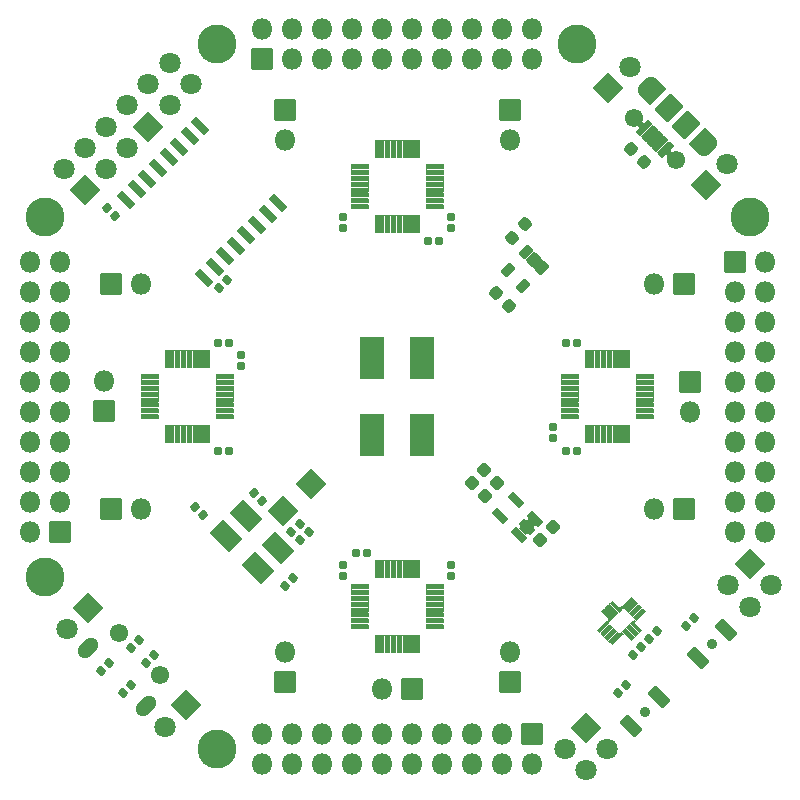
<source format=gbr>
G04 #@! TF.GenerationSoftware,KiCad,Pcbnew,5.99.0-unknown-29c2f3b7d4~131~ubuntu20.04.1*
G04 #@! TF.CreationDate,2021-09-13T23:51:00+03:00*
G04 #@! TF.ProjectId,FreeEEG32-alpha131,46726565-4545-4473-9332-2d616c706861,rev?*
G04 #@! TF.SameCoordinates,Original*
G04 #@! TF.FileFunction,Soldermask,Top*
G04 #@! TF.FilePolarity,Negative*
%FSLAX46Y46*%
G04 Gerber Fmt 4.6, Leading zero omitted, Abs format (unit mm)*
G04 Created by KiCad (PCBNEW 5.99.0-unknown-29c2f3b7d4~131~ubuntu20.04.1) date 2021-09-13 23:51:00*
%MOMM*%
%LPD*%
G01*
G04 APERTURE LIST*
G04 Aperture macros list*
%AMRoundRect*
0 Rectangle with rounded corners*
0 $1 Rounding radius*
0 $2 $3 $4 $5 $6 $7 $8 $9 X,Y pos of 4 corners*
0 Add a 4 corners polygon primitive as box body*
4,1,4,$2,$3,$4,$5,$6,$7,$8,$9,$2,$3,0*
0 Add four circle primitives for the rounded corners*
1,1,$1+$1,$2,$3*
1,1,$1+$1,$4,$5*
1,1,$1+$1,$6,$7*
1,1,$1+$1,$8,$9*
0 Add four rect primitives between the rounded corners*
20,1,$1+$1,$2,$3,$4,$5,0*
20,1,$1+$1,$4,$5,$6,$7,0*
20,1,$1+$1,$6,$7,$8,$9,0*
20,1,$1+$1,$8,$9,$2,$3,0*%
%AMHorizOval*
0 Thick line with rounded ends*
0 $1 width*
0 $2 $3 position (X,Y) of the first rounded end (center of the circle)*
0 $4 $5 position (X,Y) of the second rounded end (center of the circle)*
0 Add line between two ends*
20,1,$1,$2,$3,$4,$5,0*
0 Add two circle primitives to create the rounded ends*
1,1,$1,$2,$3*
1,1,$1,$4,$5*%
G04 Aperture macros list end*
%ADD10RoundRect,0.126000X0.675000X0.075000X-0.675000X0.075000X-0.675000X-0.075000X0.675000X-0.075000X0*%
%ADD11RoundRect,0.126000X0.075000X0.675000X-0.075000X0.675000X-0.075000X-0.675000X0.075000X-0.675000X0*%
%ADD12RoundRect,0.051000X-0.291682X-0.468458X0.468458X0.291682X0.291682X0.468458X-0.468458X-0.291682X0*%
%ADD13RoundRect,0.051000X0.291682X-0.468458X0.468458X-0.291682X-0.291682X0.468458X-0.468458X0.291682X0*%
%ADD14RoundRect,0.198500X-0.226274X-0.017678X-0.017678X-0.226274X0.226274X0.017678X0.017678X0.226274X0*%
%ADD15RoundRect,0.198500X0.017678X-0.226274X0.226274X-0.017678X-0.017678X0.226274X-0.226274X0.017678X0*%
%ADD16RoundRect,0.269750X0.026517X-0.335876X0.335876X-0.026517X-0.026517X0.335876X-0.335876X0.026517X0*%
%ADD17RoundRect,0.051000X0.000000X-1.202082X1.202082X0.000000X0.000000X1.202082X-1.202082X0.000000X0*%
%ADD18HorizOval,1.802000X0.000000X0.000000X0.000000X0.000000X0*%
%ADD19RoundRect,0.198500X-0.017678X0.226274X-0.226274X0.017678X0.017678X-0.226274X0.226274X-0.017678X0*%
%ADD20RoundRect,0.051000X0.144957X0.604576X-0.604576X-0.144957X-0.144957X-0.604576X0.604576X0.144957X0*%
%ADD21RoundRect,0.051000X1.336432X-0.275772X-0.275772X1.336432X-1.336432X0.275772X0.275772X-1.336432X0*%
%ADD22RoundRect,0.198500X0.226274X0.017678X0.017678X0.226274X-0.226274X-0.017678X-0.017678X-0.226274X0*%
%ADD23RoundRect,0.269750X-0.335876X-0.026517X-0.026517X-0.335876X0.335876X0.026517X0.026517X0.335876X0*%
%ADD24RoundRect,0.051000X0.618718X0.335876X0.335876X0.618718X-0.618718X-0.335876X-0.335876X-0.618718X0*%
%ADD25RoundRect,0.051000X1.096016X0.247487X0.247487X1.096016X-1.096016X-0.247487X-0.247487X-1.096016X0*%
%ADD26C,1.552000*%
%ADD27HorizOval,1.302000X-0.247487X-0.247487X0.247487X0.247487X0*%
%ADD28RoundRect,0.051000X1.202082X0.141421X0.141421X1.202082X-1.202082X-0.141421X-0.141421X-1.202082X0*%
%ADD29HorizOval,1.302000X0.247487X0.247487X-0.247487X-0.247487X0*%
%ADD30C,0.902000*%
%ADD31RoundRect,0.051000X-0.282843X0.919239X-0.919239X0.282843X0.282843X-0.919239X0.919239X-0.282843X0*%
%ADD32RoundRect,0.051000X-0.017678X1.255115X-1.255115X0.017678X0.017678X-1.255115X1.255115X-0.017678X0*%
%ADD33RoundRect,0.051000X0.000000X1.202082X-1.202082X0.000000X0.000000X-1.202082X1.202082X0.000000X0*%
%ADD34HorizOval,1.802000X0.000000X0.000000X0.000000X0.000000X0*%
%ADD35RoundRect,0.051000X1.000000X-1.750000X1.000000X1.750000X-1.000000X1.750000X-1.000000X-1.750000X0*%
%ADD36RoundRect,0.051000X0.282843X-0.919239X0.919239X-0.282843X-0.282843X0.919239X-0.919239X0.282843X0*%
%ADD37RoundRect,0.269750X0.335876X0.026517X0.026517X0.335876X-0.335876X-0.026517X-0.026517X-0.335876X0*%
%ADD38RoundRect,0.051000X-1.202082X0.000000X0.000000X-1.202082X1.202082X0.000000X0.000000X1.202082X0*%
%ADD39HorizOval,1.802000X0.000000X0.000000X0.000000X0.000000X0*%
%ADD40RoundRect,0.051000X0.742462X-0.318198X-0.318198X0.742462X-0.742462X0.318198X0.318198X-0.742462X0*%
%ADD41RoundRect,0.051000X1.202082X0.000000X0.000000X1.202082X-1.202082X0.000000X0.000000X-1.202082X0*%
%ADD42HorizOval,1.802000X0.000000X0.000000X0.000000X0.000000X0*%
%ADD43RoundRect,0.051000X-0.850000X0.850000X-0.850000X-0.850000X0.850000X-0.850000X0.850000X0.850000X0*%
%ADD44O,1.802000X1.802000*%
%ADD45RoundRect,0.191000X0.140000X0.170000X-0.140000X0.170000X-0.140000X-0.170000X0.140000X-0.170000X0*%
%ADD46RoundRect,0.051000X0.850000X-0.850000X0.850000X0.850000X-0.850000X0.850000X-0.850000X-0.850000X0*%
%ADD47RoundRect,0.191000X-0.140000X-0.170000X0.140000X-0.170000X0.140000X0.170000X-0.140000X0.170000X0*%
%ADD48RoundRect,0.191000X0.170000X-0.140000X0.170000X0.140000X-0.170000X0.140000X-0.170000X-0.140000X0*%
%ADD49RoundRect,0.126000X-0.075000X0.675000X-0.075000X-0.675000X0.075000X-0.675000X0.075000X0.675000X0*%
%ADD50RoundRect,0.126000X-0.675000X0.075000X-0.675000X-0.075000X0.675000X-0.075000X0.675000X0.075000X0*%
%ADD51C,3.302000*%
%ADD52RoundRect,0.191000X-0.170000X0.140000X-0.170000X-0.140000X0.170000X-0.140000X0.170000X0.140000X0*%
%ADD53RoundRect,0.051000X-0.850000X-0.850000X0.850000X-0.850000X0.850000X0.850000X-0.850000X0.850000X0*%
%ADD54RoundRect,0.276000X0.335876X0.017678X0.017678X0.335876X-0.335876X-0.017678X-0.017678X-0.335876X0*%
%ADD55RoundRect,0.126000X-0.675000X-0.075000X0.675000X-0.075000X0.675000X0.075000X-0.675000X0.075000X0*%
%ADD56RoundRect,0.126000X-0.075000X-0.675000X0.075000X-0.675000X0.075000X0.675000X-0.075000X0.675000X0*%
%ADD57RoundRect,0.051000X0.850000X0.850000X-0.850000X0.850000X-0.850000X-0.850000X0.850000X-0.850000X0*%
%ADD58RoundRect,0.276000X-0.017678X0.335876X-0.335876X0.017678X0.017678X-0.335876X0.335876X-0.017678X0*%
%ADD59RoundRect,0.201000X0.468458X-0.256326X-0.256326X0.468458X-0.468458X0.256326X0.256326X-0.468458X0*%
%ADD60RoundRect,0.126000X0.675000X-0.075000X0.675000X0.075000X-0.675000X0.075000X-0.675000X-0.075000X0*%
%ADD61RoundRect,0.126000X0.075000X-0.675000X0.075000X0.675000X-0.075000X0.675000X-0.075000X-0.675000X0*%
G04 APERTURE END LIST*
D10*
X20955000Y-1750000D03*
X20955000Y-1250000D03*
X20955000Y-750000D03*
X20955000Y-250000D03*
X20955000Y250000D03*
X20955000Y750000D03*
X20955000Y1250000D03*
X20955000Y1750000D03*
D11*
X19530000Y3175000D03*
X19030000Y3175000D03*
X18530000Y3175000D03*
X18030000Y3175000D03*
X17530000Y3175000D03*
X17030000Y3175000D03*
X16530000Y3175000D03*
X16030000Y3175000D03*
D10*
X14605000Y1750000D03*
X14605000Y1250000D03*
X14605000Y750000D03*
X14605000Y250000D03*
X14605000Y-250000D03*
X14605000Y-750000D03*
X14605000Y-1250000D03*
X14605000Y-1750000D03*
D11*
X16030000Y-3175000D03*
X16530000Y-3175000D03*
X17030000Y-3175000D03*
X17530000Y-3175000D03*
X18030000Y-3175000D03*
X18530000Y-3175000D03*
X19030000Y-3175000D03*
X19530000Y-3175000D03*
D12*
X17431002Y-19506752D03*
X17784556Y-19860305D03*
X18138109Y-20213858D03*
X18491662Y-20567412D03*
D13*
X19499290Y-20213858D03*
X19852843Y-19860305D03*
X20206396Y-19506752D03*
D12*
X20559950Y-18499124D03*
X20206396Y-18145571D03*
X19852843Y-17792018D03*
X19499290Y-17438464D03*
D13*
X18491662Y-17792018D03*
X18138109Y-18145571D03*
X17784556Y-18499124D03*
D14*
X-24599947Y15963947D03*
X-23914053Y15278053D03*
D15*
X-9512347Y-16014747D03*
X-8826453Y-15328853D03*
D16*
X9730153Y13463953D03*
X10843847Y14577647D03*
D15*
X18707053Y-25107947D03*
X19392947Y-24422053D03*
X-23202947Y-25107947D03*
X-22517053Y-24422053D03*
D17*
X17888949Y26143949D03*
D18*
X19685000Y27940000D03*
D19*
X-21882053Y-20612053D03*
X-22567947Y-21297947D03*
X-7505653Y-11493453D03*
X-8191547Y-12179347D03*
D20*
X12244569Y10887094D03*
X11572817Y11558845D03*
X10901066Y12230597D03*
X9345431Y10674962D03*
X10688934Y9331459D03*
D15*
X24422053Y-19392947D03*
X25107947Y-18707053D03*
D21*
X-10126969Y-12813975D03*
X-12813975Y-10126969D03*
X-14511031Y-11824025D03*
X-11824025Y-14511031D03*
D22*
X-16421053Y-10020347D03*
X-17106947Y-9334453D03*
D23*
X19788553Y20953047D03*
X20902247Y19839353D03*
D24*
X22745095Y20887874D03*
X22285476Y21347493D03*
X21825856Y21807112D03*
X21366237Y22266732D03*
X20906618Y22726351D03*
D25*
X21684435Y25766910D03*
D26*
X23593623Y20039345D03*
D27*
X26209918Y21241427D03*
D28*
X23027938Y24423407D03*
D26*
X20058089Y23574879D03*
D28*
X24442151Y23009194D03*
D25*
X25785654Y21665691D03*
D29*
X21260171Y26191174D03*
D17*
X26143949Y17888949D03*
D18*
X27940000Y19685000D03*
D30*
X20955000Y-26670000D03*
D31*
X22157082Y-25467918D03*
X19752918Y-27872082D03*
D32*
X-7340600Y-7391400D03*
X-9638698Y-9689498D03*
D33*
X-17888949Y-26143949D03*
D34*
X-19685000Y-27940000D03*
D35*
X2100000Y-3250000D03*
X2100000Y3250000D03*
X-2100000Y3250000D03*
X-2100000Y-3250000D03*
D19*
X-20612053Y-21882053D03*
X-21297947Y-22567947D03*
D15*
X19922529Y-21885885D03*
X20608423Y-21199991D03*
D19*
X-8267653Y-10756853D03*
X-8953547Y-11442747D03*
D33*
X-26143949Y-17888949D03*
D34*
X-27940000Y-19685000D03*
D30*
X26670000Y-20955000D03*
D36*
X25467918Y-22157082D03*
X27872082Y-19752918D03*
D19*
X21983747Y-19824653D03*
X21297853Y-20510547D03*
D22*
X-11468053Y-8851947D03*
X-12153947Y-8166053D03*
D37*
X9446847Y7684181D03*
X8333153Y8797875D03*
D38*
X15983949Y-28048949D03*
D39*
X17780000Y-29845000D03*
X14187898Y-29845000D03*
X15983949Y-31641051D03*
D15*
X-25107947Y-23202947D03*
X-24422053Y-22517053D03*
D40*
X-16365043Y10078864D03*
X-15467017Y10976889D03*
X-14568992Y11874915D03*
X-13670966Y12772941D03*
X-12772941Y13670966D03*
X-11874915Y14568992D03*
X-10976889Y15467017D03*
X-10078864Y16365043D03*
X-16654957Y22941136D03*
X-17552983Y22043111D03*
X-18451008Y21145085D03*
X-19349034Y20247059D03*
X-20247059Y19349034D03*
X-21145085Y18451008D03*
X-22043111Y17552983D03*
X-22941136Y16654957D03*
D15*
X-15074947Y9182053D03*
X-14389053Y9867947D03*
D41*
X-21063949Y22860000D03*
D42*
X-22860000Y24656051D03*
X-19267898Y24656051D03*
X-21063949Y26452102D03*
X-17471847Y26452102D03*
X-19267898Y28248154D03*
D38*
X29845000Y-14187898D03*
D39*
X31641051Y-15983949D03*
X28048949Y-15983949D03*
X29845000Y-17780000D03*
D41*
X-26452102Y17471846D03*
D42*
X-28248153Y19267897D03*
X-24656051Y19267897D03*
X-26452102Y21063948D03*
X-22860000Y21063948D03*
X-24656051Y22860000D03*
D43*
X24257000Y-9525000D03*
D44*
X21717000Y-9525000D03*
D45*
X-3528000Y-13208000D03*
X-2568000Y-13208000D03*
X15212000Y-4572000D03*
X14252000Y-4572000D03*
D46*
X-24257000Y9525000D03*
D44*
X-21717000Y9525000D03*
D43*
X11430000Y-28575000D03*
D44*
X11430000Y-31115000D03*
X8890000Y-28575000D03*
X8890000Y-31115000D03*
X6350000Y-28575000D03*
X6350000Y-31115000D03*
X3810000Y-28575000D03*
X3810000Y-31115000D03*
X1270000Y-28575000D03*
X1270000Y-31115000D03*
X-1270000Y-28575000D03*
X-1270000Y-31115000D03*
X-3810000Y-28575000D03*
X-3810000Y-31115000D03*
X-6350000Y-28575000D03*
X-6350000Y-31115000D03*
X-8890000Y-28575000D03*
X-8890000Y-31115000D03*
X-11430000Y-28575000D03*
X-11430000Y-31115000D03*
D47*
X-15212000Y4572000D03*
X-14252000Y4572000D03*
D48*
X-13208000Y2568000D03*
X-13208000Y3528000D03*
D49*
X1750000Y20955000D03*
X1250000Y20955000D03*
X750000Y20955000D03*
X250000Y20955000D03*
X-250000Y20955000D03*
X-750000Y20955000D03*
X-1250000Y20955000D03*
X-1750000Y20955000D03*
D50*
X-3175000Y19530000D03*
X-3175000Y19030000D03*
X-3175000Y18530000D03*
X-3175000Y18030000D03*
X-3175000Y17530000D03*
X-3175000Y17030000D03*
X-3175000Y16530000D03*
X-3175000Y16030000D03*
D49*
X-1750000Y14605000D03*
X-1250000Y14605000D03*
X-750000Y14605000D03*
X-250000Y14605000D03*
X250000Y14605000D03*
X750000Y14605000D03*
X1250000Y14605000D03*
X1750000Y14605000D03*
D50*
X3175000Y16030000D03*
X3175000Y16530000D03*
X3175000Y17030000D03*
X3175000Y17530000D03*
X3175000Y18030000D03*
X3175000Y18530000D03*
X3175000Y19030000D03*
X3175000Y19530000D03*
D46*
X-24257000Y-9525000D03*
D44*
X-21717000Y-9525000D03*
D47*
X2568000Y13208000D03*
X3528000Y13208000D03*
D51*
X29845000Y15240000D03*
D52*
X-4572000Y15212000D03*
X-4572000Y14252000D03*
D48*
X-4572000Y-14252000D03*
X-4572000Y-15212000D03*
D51*
X-29845000Y-15240000D03*
X-15240000Y29845000D03*
D53*
X28575000Y11430000D03*
D44*
X31115000Y11430000D03*
X28575000Y8890000D03*
X31115000Y8890000D03*
X28575000Y6350000D03*
X31115000Y6350000D03*
X28575000Y3810000D03*
X31115000Y3810000D03*
X28575000Y1270000D03*
X31115000Y1270000D03*
X28575000Y-1270000D03*
X31115000Y-1270000D03*
X28575000Y-3810000D03*
X31115000Y-3810000D03*
X28575000Y-6350000D03*
X31115000Y-6350000D03*
X28575000Y-8890000D03*
X31115000Y-8890000D03*
X28575000Y-11430000D03*
X31115000Y-11430000D03*
D52*
X13208000Y-2568000D03*
X13208000Y-3528000D03*
D51*
X15240000Y29845000D03*
D43*
X1250000Y-24790000D03*
D44*
X-1290000Y-24790000D03*
D52*
X4572000Y15212000D03*
X4572000Y14252000D03*
D54*
X7406008Y-8396608D03*
X6309992Y-7300592D03*
D51*
X-15240000Y-29845000D03*
D55*
X-20955000Y1750000D03*
X-20955000Y1250000D03*
X-20955000Y750000D03*
X-20955000Y250000D03*
X-20955000Y-250000D03*
X-20955000Y-750000D03*
X-20955000Y-1250000D03*
X-20955000Y-1750000D03*
D56*
X-19530000Y-3175000D03*
X-19030000Y-3175000D03*
X-18530000Y-3175000D03*
X-18030000Y-3175000D03*
X-17530000Y-3175000D03*
X-17030000Y-3175000D03*
X-16530000Y-3175000D03*
X-16030000Y-3175000D03*
D55*
X-14605000Y-1750000D03*
X-14605000Y-1250000D03*
X-14605000Y-750000D03*
X-14605000Y-250000D03*
X-14605000Y250000D03*
X-14605000Y750000D03*
X-14605000Y1250000D03*
X-14605000Y1750000D03*
D56*
X-16030000Y3175000D03*
X-16530000Y3175000D03*
X-17030000Y3175000D03*
X-17530000Y3175000D03*
X-18030000Y3175000D03*
X-18530000Y3175000D03*
X-19030000Y3175000D03*
X-19530000Y3175000D03*
D57*
X-28575000Y-11430000D03*
D44*
X-31115000Y-11430000D03*
X-28575000Y-8890000D03*
X-31115000Y-8890000D03*
X-28575000Y-6350000D03*
X-31115000Y-6350000D03*
X-28575000Y-3810000D03*
X-31115000Y-3810000D03*
X-28575000Y-1270000D03*
X-31115000Y-1270000D03*
X-28575000Y1270000D03*
X-31115000Y1270000D03*
X-28575000Y3810000D03*
X-31115000Y3810000D03*
X-28575000Y6350000D03*
X-31115000Y6350000D03*
X-28575000Y8890000D03*
X-31115000Y8890000D03*
X-28575000Y11430000D03*
X-31115000Y11430000D03*
D47*
X-15212000Y-4572000D03*
X-14252000Y-4572000D03*
D57*
X9525000Y-24130000D03*
D44*
X9525000Y-21590000D03*
D46*
X-11430000Y28575000D03*
D44*
X-11430000Y31115000D03*
X-8890000Y28575000D03*
X-8890000Y31115000D03*
X-6350000Y28575000D03*
X-6350000Y31115000D03*
X-3810000Y28575000D03*
X-3810000Y31115000D03*
X-1270000Y28575000D03*
X-1270000Y31115000D03*
X1270000Y28575000D03*
X1270000Y31115000D03*
X3810000Y28575000D03*
X3810000Y31115000D03*
X6350000Y28575000D03*
X6350000Y31115000D03*
X8890000Y28575000D03*
X8890000Y31115000D03*
X11430000Y28575000D03*
X11430000Y31115000D03*
D58*
X13197208Y-11059792D03*
X12101192Y-12155808D03*
D53*
X-9525000Y24257000D03*
D44*
X-9525000Y21717000D03*
D59*
X10343383Y-11686885D03*
X11015134Y-11015134D03*
X11686885Y-10343383D03*
X10078217Y-8734715D03*
X8734715Y-10078217D03*
D43*
X24257000Y9525000D03*
D44*
X21717000Y9525000D03*
D48*
X4572000Y-14252000D03*
X4572000Y-15212000D03*
D45*
X15212000Y4572000D03*
X14252000Y4572000D03*
D57*
X-24790000Y-1250000D03*
D44*
X-24790000Y1290000D03*
D51*
X-29845000Y15240000D03*
D57*
X-9525000Y-24130000D03*
D44*
X-9525000Y-21590000D03*
D54*
X8472808Y-7329808D03*
X7376792Y-6233792D03*
D60*
X-3175000Y-19530000D03*
X-3175000Y-19030000D03*
X-3175000Y-18530000D03*
X-3175000Y-18030000D03*
X-3175000Y-17530000D03*
X-3175000Y-17030000D03*
X-3175000Y-16530000D03*
X-3175000Y-16030000D03*
D61*
X-1750000Y-14605000D03*
X-1250000Y-14605000D03*
X-750000Y-14605000D03*
X-250000Y-14605000D03*
X250000Y-14605000D03*
X750000Y-14605000D03*
X1250000Y-14605000D03*
X1750000Y-14605000D03*
D60*
X3175000Y-16030000D03*
X3175000Y-16530000D03*
X3175000Y-17030000D03*
X3175000Y-17530000D03*
X3175000Y-18030000D03*
X3175000Y-18530000D03*
X3175000Y-19030000D03*
X3175000Y-19530000D03*
D61*
X1750000Y-20955000D03*
X1250000Y-20955000D03*
X750000Y-20955000D03*
X250000Y-20955000D03*
X-250000Y-20955000D03*
X-750000Y-20955000D03*
X-1250000Y-20955000D03*
X-1750000Y-20955000D03*
D53*
X24790000Y1250000D03*
D44*
X24790000Y-1290000D03*
D53*
X9525000Y24257000D03*
D44*
X9525000Y21717000D03*
D26*
X-23593623Y-20058089D03*
D27*
X-21260171Y-26209918D03*
D26*
X-20058089Y-23593623D03*
D29*
X-26209918Y-21260171D03*
G36*
X418693Y-20194460D02*
G01*
X431425Y-20202967D01*
X497789Y-20223747D01*
X568589Y-20202958D01*
X581307Y-20194460D01*
X583303Y-20194329D01*
X584414Y-20195992D01*
X584081Y-20197234D01*
X560476Y-20232561D01*
X551000Y-20280199D01*
X551000Y-21629801D01*
X560476Y-21677439D01*
X584081Y-21712766D01*
X584212Y-21714762D01*
X582549Y-21715873D01*
X581307Y-21715540D01*
X568575Y-21707033D01*
X502211Y-21686253D01*
X431411Y-21707042D01*
X418693Y-21715540D01*
X416697Y-21715671D01*
X415586Y-21714008D01*
X415919Y-21712766D01*
X439524Y-21677439D01*
X449000Y-21629801D01*
X449000Y-20280199D01*
X439524Y-20232561D01*
X415919Y-20197234D01*
X415788Y-20195238D01*
X417451Y-20194127D01*
X418693Y-20194460D01*
G37*
G36*
X-1581307Y-20194460D02*
G01*
X-1568575Y-20202967D01*
X-1502211Y-20223747D01*
X-1431411Y-20202958D01*
X-1418693Y-20194460D01*
X-1416697Y-20194329D01*
X-1415586Y-20195992D01*
X-1415919Y-20197234D01*
X-1439524Y-20232561D01*
X-1449000Y-20280199D01*
X-1449000Y-21629801D01*
X-1439524Y-21677439D01*
X-1415919Y-21712766D01*
X-1415788Y-21714762D01*
X-1417451Y-21715873D01*
X-1418693Y-21715540D01*
X-1431425Y-21707033D01*
X-1497789Y-21686253D01*
X-1568589Y-21707042D01*
X-1581307Y-21715540D01*
X-1583303Y-21715671D01*
X-1584414Y-21714008D01*
X-1584081Y-21712766D01*
X-1560476Y-21677439D01*
X-1551000Y-21629801D01*
X-1551000Y-20280199D01*
X-1560476Y-20232561D01*
X-1584081Y-20197234D01*
X-1584212Y-20195238D01*
X-1582549Y-20194127D01*
X-1581307Y-20194460D01*
G37*
G36*
X1418693Y-20194460D02*
G01*
X1431425Y-20202967D01*
X1497789Y-20223747D01*
X1568589Y-20202958D01*
X1581307Y-20194460D01*
X1583303Y-20194329D01*
X1584414Y-20195992D01*
X1584081Y-20197234D01*
X1560476Y-20232561D01*
X1551000Y-20280199D01*
X1551000Y-21629801D01*
X1560476Y-21677439D01*
X1584081Y-21712766D01*
X1584212Y-21714762D01*
X1582549Y-21715873D01*
X1581307Y-21715540D01*
X1568575Y-21707033D01*
X1502211Y-21686253D01*
X1431411Y-21707042D01*
X1418693Y-21715540D01*
X1416697Y-21715671D01*
X1415586Y-21714008D01*
X1415919Y-21712766D01*
X1439524Y-21677439D01*
X1449000Y-21629801D01*
X1449000Y-20280199D01*
X1439524Y-20232561D01*
X1415919Y-20197234D01*
X1415788Y-20195238D01*
X1417451Y-20194127D01*
X1418693Y-20194460D01*
G37*
G36*
X918693Y-20194460D02*
G01*
X931425Y-20202967D01*
X997789Y-20223747D01*
X1068589Y-20202958D01*
X1081307Y-20194460D01*
X1083303Y-20194329D01*
X1084414Y-20195992D01*
X1084081Y-20197234D01*
X1060476Y-20232561D01*
X1051000Y-20280199D01*
X1051000Y-21629801D01*
X1060476Y-21677439D01*
X1084081Y-21712766D01*
X1084212Y-21714762D01*
X1082549Y-21715873D01*
X1081307Y-21715540D01*
X1068575Y-21707033D01*
X1002211Y-21686253D01*
X931411Y-21707042D01*
X918693Y-21715540D01*
X916697Y-21715671D01*
X915586Y-21714008D01*
X915919Y-21712766D01*
X939524Y-21677439D01*
X949000Y-21629801D01*
X949000Y-20280199D01*
X939524Y-20232561D01*
X915919Y-20197234D01*
X915788Y-20195238D01*
X917451Y-20194127D01*
X918693Y-20194460D01*
G37*
G36*
X-1081307Y-20194460D02*
G01*
X-1068575Y-20202967D01*
X-1002211Y-20223747D01*
X-931411Y-20202958D01*
X-918693Y-20194460D01*
X-916697Y-20194329D01*
X-915586Y-20195992D01*
X-915919Y-20197234D01*
X-939524Y-20232561D01*
X-949000Y-20280199D01*
X-949000Y-21629801D01*
X-939524Y-21677439D01*
X-915919Y-21712766D01*
X-915788Y-21714762D01*
X-917451Y-21715873D01*
X-918693Y-21715540D01*
X-931425Y-21707033D01*
X-997789Y-21686253D01*
X-1068589Y-21707042D01*
X-1081307Y-21715540D01*
X-1083303Y-21715671D01*
X-1084414Y-21714008D01*
X-1084081Y-21712766D01*
X-1060476Y-21677439D01*
X-1051000Y-21629801D01*
X-1051000Y-20280199D01*
X-1060476Y-20232561D01*
X-1084081Y-20197234D01*
X-1084212Y-20195238D01*
X-1082549Y-20194127D01*
X-1081307Y-20194460D01*
G37*
G36*
X-81307Y-20194460D02*
G01*
X-68575Y-20202967D01*
X-2211Y-20223747D01*
X68589Y-20202958D01*
X81307Y-20194460D01*
X83303Y-20194329D01*
X84414Y-20195992D01*
X84081Y-20197234D01*
X60476Y-20232561D01*
X51000Y-20280199D01*
X51000Y-21629801D01*
X60476Y-21677439D01*
X84081Y-21712766D01*
X84212Y-21714762D01*
X82549Y-21715873D01*
X81307Y-21715540D01*
X68575Y-21707033D01*
X2211Y-21686253D01*
X-68589Y-21707042D01*
X-81307Y-21715540D01*
X-83303Y-21715671D01*
X-84414Y-21714008D01*
X-84081Y-21712766D01*
X-60476Y-21677439D01*
X-51000Y-21629801D01*
X-51000Y-20280199D01*
X-60476Y-20232561D01*
X-84081Y-20197234D01*
X-84212Y-20195238D01*
X-82549Y-20194127D01*
X-81307Y-20194460D01*
G37*
G36*
X-581307Y-20194460D02*
G01*
X-568575Y-20202967D01*
X-502211Y-20223747D01*
X-431411Y-20202958D01*
X-418693Y-20194460D01*
X-416697Y-20194329D01*
X-415586Y-20195992D01*
X-415919Y-20197234D01*
X-439524Y-20232561D01*
X-449000Y-20280199D01*
X-449000Y-21629801D01*
X-439524Y-21677439D01*
X-415919Y-21712766D01*
X-415788Y-21714762D01*
X-417451Y-21715873D01*
X-418693Y-21715540D01*
X-431425Y-21707033D01*
X-497789Y-21686253D01*
X-568589Y-21707042D01*
X-581307Y-21715540D01*
X-583303Y-21715671D01*
X-584414Y-21714008D01*
X-584081Y-21712766D01*
X-560476Y-21677439D01*
X-551000Y-21629801D01*
X-551000Y-20280199D01*
X-560476Y-20232561D01*
X-584081Y-20197234D01*
X-584212Y-20195238D01*
X-582549Y-20194127D01*
X-581307Y-20194460D01*
G37*
G36*
X18657662Y-19926827D02*
G01*
X18658305Y-19927941D01*
X18661541Y-19944210D01*
X18663596Y-19943801D01*
X18665490Y-19944444D01*
X18665978Y-19945584D01*
X18668009Y-19968191D01*
X18710514Y-20022870D01*
X18760272Y-20040404D01*
X18761573Y-20041923D01*
X18761569Y-20042680D01*
X18761310Y-20043980D01*
X18777579Y-20047216D01*
X18779083Y-20048535D01*
X18778693Y-20050497D01*
X18777579Y-20051140D01*
X18764606Y-20053721D01*
X18748555Y-20064445D01*
X17988695Y-20824305D01*
X17977971Y-20840356D01*
X17975390Y-20853329D01*
X17974071Y-20854833D01*
X17972109Y-20854443D01*
X17971466Y-20853329D01*
X17968230Y-20837060D01*
X17966175Y-20837469D01*
X17964281Y-20836826D01*
X17963793Y-20835686D01*
X17961762Y-20813079D01*
X17919257Y-20758400D01*
X17869499Y-20740866D01*
X17868198Y-20739347D01*
X17868202Y-20738590D01*
X17868461Y-20737290D01*
X17852192Y-20734054D01*
X17850688Y-20732735D01*
X17851078Y-20730773D01*
X17852192Y-20730130D01*
X17865165Y-20727549D01*
X17881216Y-20716825D01*
X18641076Y-19956965D01*
X18651800Y-19940914D01*
X18654381Y-19927941D01*
X18655700Y-19926437D01*
X18657662Y-19926827D01*
G37*
G36*
X19335928Y-19573274D02*
G01*
X19336571Y-19574388D01*
X19339152Y-19587361D01*
X19349876Y-19603412D01*
X20109736Y-20363272D01*
X20125787Y-20373996D01*
X20138760Y-20376577D01*
X20140264Y-20377896D01*
X20139874Y-20379858D01*
X20138760Y-20380501D01*
X20122491Y-20383737D01*
X20122900Y-20385789D01*
X20122257Y-20387683D01*
X20121117Y-20388171D01*
X20098534Y-20390196D01*
X20043847Y-20432691D01*
X20026294Y-20482467D01*
X20024775Y-20483768D01*
X20024018Y-20483764D01*
X20022722Y-20483506D01*
X20019486Y-20499775D01*
X20018167Y-20501279D01*
X20016205Y-20500889D01*
X20015562Y-20499775D01*
X20012981Y-20486802D01*
X20002257Y-20470751D01*
X19242397Y-19710891D01*
X19226346Y-19700167D01*
X19213373Y-19697586D01*
X19211869Y-19696267D01*
X19212259Y-19694305D01*
X19213373Y-19693662D01*
X19229642Y-19690426D01*
X19229233Y-19688374D01*
X19229876Y-19686480D01*
X19231016Y-19685992D01*
X19253599Y-19683967D01*
X19308286Y-19641472D01*
X19325839Y-19591696D01*
X19327358Y-19590395D01*
X19328115Y-19590399D01*
X19329411Y-19590657D01*
X19332647Y-19574388D01*
X19333966Y-19572884D01*
X19335928Y-19573274D01*
G37*
G36*
X18304109Y-19573274D02*
G01*
X18304752Y-19574388D01*
X18307988Y-19590657D01*
X18310040Y-19590248D01*
X18311934Y-19590891D01*
X18312422Y-19592031D01*
X18314447Y-19614614D01*
X18356942Y-19669301D01*
X18406718Y-19686854D01*
X18408019Y-19688373D01*
X18408015Y-19689130D01*
X18407757Y-19690426D01*
X18424026Y-19693662D01*
X18425530Y-19694981D01*
X18425140Y-19696943D01*
X18424026Y-19697586D01*
X18411053Y-19700167D01*
X18395002Y-19710891D01*
X17635142Y-20470751D01*
X17624418Y-20486802D01*
X17621837Y-20499775D01*
X17620518Y-20501279D01*
X17618556Y-20500889D01*
X17617913Y-20499775D01*
X17614677Y-20483506D01*
X17612625Y-20483915D01*
X17610731Y-20483272D01*
X17610243Y-20482132D01*
X17608218Y-20459549D01*
X17565723Y-20404862D01*
X17515947Y-20387309D01*
X17514646Y-20385790D01*
X17514650Y-20385033D01*
X17514908Y-20383737D01*
X17498639Y-20380501D01*
X17497135Y-20379182D01*
X17497525Y-20377220D01*
X17498639Y-20376577D01*
X17511612Y-20373996D01*
X17527663Y-20363272D01*
X18287523Y-19603412D01*
X18298247Y-19587361D01*
X18300828Y-19574388D01*
X18302147Y-19572884D01*
X18304109Y-19573274D01*
G37*
G36*
X18983055Y-19930473D02*
G01*
X18983753Y-19931633D01*
X18985599Y-19940914D01*
X18996323Y-19956965D01*
X19225814Y-20186456D01*
X19226332Y-20188388D01*
X19224918Y-20189802D01*
X19223442Y-20189625D01*
X19162142Y-20156154D01*
X19093060Y-20161094D01*
X19037563Y-20202639D01*
X19015335Y-20252484D01*
X19011858Y-20269965D01*
X19010539Y-20271469D01*
X19008577Y-20271079D01*
X19007934Y-20269965D01*
X19005353Y-20256993D01*
X18994629Y-20240942D01*
X18818132Y-20064445D01*
X18806968Y-20056986D01*
X18806083Y-20055192D01*
X18807194Y-20053529D01*
X18808469Y-20053361D01*
X18824943Y-20056638D01*
X18825985Y-20055450D01*
X18827226Y-20055435D01*
X18856520Y-20064609D01*
X18923310Y-20046288D01*
X18969595Y-19994766D01*
X18979817Y-19931703D01*
X18981081Y-19930153D01*
X18983055Y-19930473D01*
G37*
G36*
X19689481Y-19219721D02*
G01*
X19690124Y-19220835D01*
X19692705Y-19233808D01*
X19703429Y-19249859D01*
X20463289Y-20009719D01*
X20479340Y-20020443D01*
X20492313Y-20023024D01*
X20493817Y-20024343D01*
X20493427Y-20026305D01*
X20492313Y-20026948D01*
X20476044Y-20030184D01*
X20476453Y-20032236D01*
X20475810Y-20034130D01*
X20474670Y-20034618D01*
X20452087Y-20036643D01*
X20397400Y-20079138D01*
X20379847Y-20128914D01*
X20378328Y-20130215D01*
X20377571Y-20130211D01*
X20376275Y-20129953D01*
X20373039Y-20146222D01*
X20371720Y-20147726D01*
X20369758Y-20147336D01*
X20369115Y-20146222D01*
X20366534Y-20133249D01*
X20355810Y-20117198D01*
X19595950Y-19357338D01*
X19579899Y-19346614D01*
X19566926Y-19344033D01*
X19565422Y-19342714D01*
X19565812Y-19340752D01*
X19566926Y-19340109D01*
X19583195Y-19336873D01*
X19582786Y-19334821D01*
X19583429Y-19332927D01*
X19584569Y-19332439D01*
X19607152Y-19330414D01*
X19661839Y-19287919D01*
X19679392Y-19238143D01*
X19680911Y-19236842D01*
X19681668Y-19236846D01*
X19682964Y-19237104D01*
X19686200Y-19220835D01*
X19687519Y-19219331D01*
X19689481Y-19219721D01*
G37*
G36*
X17950555Y-19219721D02*
G01*
X17951198Y-19220835D01*
X17954434Y-19237104D01*
X17956486Y-19236695D01*
X17958380Y-19237338D01*
X17958868Y-19238478D01*
X17960893Y-19261061D01*
X18003388Y-19315748D01*
X18053165Y-19333301D01*
X18054466Y-19334820D01*
X18054462Y-19335577D01*
X18054204Y-19336873D01*
X18070473Y-19340109D01*
X18071977Y-19341428D01*
X18071587Y-19343390D01*
X18070473Y-19344033D01*
X18057500Y-19346614D01*
X18041449Y-19357338D01*
X17281589Y-20117198D01*
X17270865Y-20133249D01*
X17268284Y-20146222D01*
X17266965Y-20147726D01*
X17265003Y-20147336D01*
X17264360Y-20146222D01*
X17261124Y-20129953D01*
X17259072Y-20130362D01*
X17257178Y-20129719D01*
X17256690Y-20128579D01*
X17254665Y-20105996D01*
X17212170Y-20051309D01*
X17162393Y-20033756D01*
X17161092Y-20032237D01*
X17161096Y-20031480D01*
X17161354Y-20030184D01*
X17145085Y-20026948D01*
X17143581Y-20025629D01*
X17143971Y-20023667D01*
X17145085Y-20023024D01*
X17158058Y-20020443D01*
X17174109Y-20009719D01*
X17933969Y-19249859D01*
X17944693Y-19233808D01*
X17947274Y-19220835D01*
X17948593Y-19219331D01*
X17950555Y-19219721D01*
G37*
G36*
X2417234Y-19195919D02*
G01*
X2452561Y-19219524D01*
X2500199Y-19229000D01*
X3849801Y-19229000D01*
X3897439Y-19219524D01*
X3932766Y-19195919D01*
X3934762Y-19195788D01*
X3935873Y-19197451D01*
X3935540Y-19198693D01*
X3927033Y-19211425D01*
X3906253Y-19277789D01*
X3927042Y-19348589D01*
X3935540Y-19361307D01*
X3935671Y-19363303D01*
X3934008Y-19364414D01*
X3932766Y-19364081D01*
X3897439Y-19340476D01*
X3849801Y-19331000D01*
X2500199Y-19331000D01*
X2452561Y-19340476D01*
X2417234Y-19364081D01*
X2415238Y-19364212D01*
X2414127Y-19362549D01*
X2414460Y-19361307D01*
X2422967Y-19348575D01*
X2443747Y-19282211D01*
X2422958Y-19211411D01*
X2414460Y-19198693D01*
X2414329Y-19196697D01*
X2415992Y-19195586D01*
X2417234Y-19195919D01*
G37*
G36*
X-3932766Y-19195919D02*
G01*
X-3897439Y-19219524D01*
X-3849801Y-19229000D01*
X-2500199Y-19229000D01*
X-2452561Y-19219524D01*
X-2417234Y-19195919D01*
X-2415238Y-19195788D01*
X-2414127Y-19197451D01*
X-2414460Y-19198693D01*
X-2422967Y-19211425D01*
X-2443747Y-19277789D01*
X-2422958Y-19348589D01*
X-2414460Y-19361307D01*
X-2414329Y-19363303D01*
X-2415992Y-19364414D01*
X-2417234Y-19364081D01*
X-2452561Y-19340476D01*
X-2500199Y-19331000D01*
X-3849801Y-19331000D01*
X-3897439Y-19340476D01*
X-3932766Y-19364081D01*
X-3934762Y-19364212D01*
X-3935873Y-19362549D01*
X-3935540Y-19361307D01*
X-3927033Y-19348575D01*
X-3906253Y-19282211D01*
X-3927042Y-19211411D01*
X-3935540Y-19198693D01*
X-3935671Y-19196697D01*
X-3934008Y-19195586D01*
X-3932766Y-19195919D01*
G37*
G36*
X20049524Y-18814430D02*
G01*
X20056983Y-18825594D01*
X20233480Y-19002091D01*
X20249531Y-19012815D01*
X20262503Y-19015396D01*
X20264007Y-19016715D01*
X20263617Y-19018677D01*
X20262503Y-19019320D01*
X20245080Y-19022785D01*
X20183448Y-19055025D01*
X20149175Y-19115209D01*
X20152886Y-19184435D01*
X20182097Y-19230793D01*
X20182174Y-19232791D01*
X20180482Y-19233858D01*
X20178991Y-19233273D01*
X19949503Y-19003785D01*
X19933452Y-18993061D01*
X19920479Y-18990480D01*
X19918975Y-18989161D01*
X19919365Y-18987199D01*
X19920479Y-18986556D01*
X19927097Y-18985240D01*
X19927309Y-18985210D01*
X19979257Y-18980560D01*
X20033950Y-18938071D01*
X20056991Y-18872757D01*
X20047960Y-18834545D01*
X20048534Y-18832629D01*
X20049156Y-18832308D01*
X20045899Y-18815931D01*
X20046542Y-18814037D01*
X20048504Y-18813647D01*
X20049524Y-18814430D01*
G37*
G36*
X17811961Y-18772603D02*
G01*
X18041449Y-19002091D01*
X18057500Y-19012815D01*
X18070473Y-19015396D01*
X18071977Y-19016715D01*
X18071587Y-19018677D01*
X18070473Y-19019320D01*
X18063855Y-19020636D01*
X18063643Y-19020666D01*
X18011695Y-19025316D01*
X17957002Y-19067805D01*
X17933961Y-19133119D01*
X17942992Y-19171331D01*
X17942418Y-19173247D01*
X17941796Y-19173568D01*
X17945053Y-19189945D01*
X17944410Y-19191839D01*
X17942448Y-19192229D01*
X17941428Y-19191446D01*
X17933969Y-19180282D01*
X17757472Y-19003785D01*
X17741421Y-18993061D01*
X17728449Y-18990480D01*
X17726945Y-18989161D01*
X17727335Y-18987199D01*
X17728449Y-18986556D01*
X17745872Y-18983091D01*
X17807504Y-18950851D01*
X17841777Y-18890667D01*
X17838066Y-18821441D01*
X17808855Y-18775083D01*
X17808778Y-18773085D01*
X17810470Y-18772018D01*
X17811961Y-18772603D01*
G37*
G36*
X2417234Y-18695919D02*
G01*
X2452561Y-18719524D01*
X2500199Y-18729000D01*
X3849801Y-18729000D01*
X3897439Y-18719524D01*
X3932766Y-18695919D01*
X3934762Y-18695788D01*
X3935873Y-18697451D01*
X3935540Y-18698693D01*
X3927033Y-18711425D01*
X3906253Y-18777789D01*
X3927042Y-18848589D01*
X3935540Y-18861307D01*
X3935671Y-18863303D01*
X3934008Y-18864414D01*
X3932766Y-18864081D01*
X3897439Y-18840476D01*
X3849801Y-18831000D01*
X2500199Y-18831000D01*
X2452561Y-18840476D01*
X2417234Y-18864081D01*
X2415238Y-18864212D01*
X2414127Y-18862549D01*
X2414460Y-18861307D01*
X2422967Y-18848575D01*
X2443747Y-18782211D01*
X2422958Y-18711411D01*
X2414460Y-18698693D01*
X2414329Y-18696697D01*
X2415992Y-18695586D01*
X2417234Y-18695919D01*
G37*
G36*
X-3932766Y-18695919D02*
G01*
X-3897439Y-18719524D01*
X-3849801Y-18729000D01*
X-2500199Y-18729000D01*
X-2452561Y-18719524D01*
X-2417234Y-18695919D01*
X-2415238Y-18695788D01*
X-2414127Y-18697451D01*
X-2414460Y-18698693D01*
X-2422967Y-18711425D01*
X-2443747Y-18777789D01*
X-2422958Y-18848589D01*
X-2414460Y-18861307D01*
X-2414329Y-18863303D01*
X-2415992Y-18864414D01*
X-2417234Y-18864081D01*
X-2452561Y-18840476D01*
X-2500199Y-18831000D01*
X-3849801Y-18831000D01*
X-3897439Y-18840476D01*
X-3932766Y-18864081D01*
X-3934762Y-18864212D01*
X-3935873Y-18862549D01*
X-3935540Y-18861307D01*
X-3927033Y-18848575D01*
X-3906253Y-18782211D01*
X-3927042Y-18711411D01*
X-3935540Y-18698693D01*
X-3935671Y-18696697D01*
X-3934008Y-18695586D01*
X-3932766Y-18695919D01*
G37*
G36*
X20725949Y-17858540D02*
G01*
X20726592Y-17859654D01*
X20729828Y-17875923D01*
X20731880Y-17875514D01*
X20733774Y-17876157D01*
X20734262Y-17877297D01*
X20736287Y-17899880D01*
X20778782Y-17954567D01*
X20828559Y-17972120D01*
X20829860Y-17973639D01*
X20829856Y-17974396D01*
X20829598Y-17975692D01*
X20845867Y-17978928D01*
X20847371Y-17980247D01*
X20846981Y-17982209D01*
X20845867Y-17982852D01*
X20832894Y-17985433D01*
X20816843Y-17996157D01*
X20056983Y-18756017D01*
X20046259Y-18772068D01*
X20043678Y-18785041D01*
X20042359Y-18786545D01*
X20040397Y-18786155D01*
X20039754Y-18785041D01*
X20036518Y-18768772D01*
X20034466Y-18769181D01*
X20032572Y-18768538D01*
X20032084Y-18767398D01*
X20030059Y-18744815D01*
X19987564Y-18690128D01*
X19937787Y-18672575D01*
X19936486Y-18671056D01*
X19936490Y-18670299D01*
X19936748Y-18669003D01*
X19920479Y-18665767D01*
X19918975Y-18664448D01*
X19919365Y-18662486D01*
X19920479Y-18661843D01*
X19933452Y-18659262D01*
X19949503Y-18648538D01*
X20709363Y-17888678D01*
X20720087Y-17872627D01*
X20722668Y-17859654D01*
X20723987Y-17858150D01*
X20725949Y-17858540D01*
G37*
G36*
X17621194Y-17858540D02*
G01*
X17621837Y-17859654D01*
X17624418Y-17872627D01*
X17635142Y-17888678D01*
X18395002Y-18648538D01*
X18411053Y-18659262D01*
X18424026Y-18661843D01*
X18425530Y-18663162D01*
X18425140Y-18665124D01*
X18424026Y-18665767D01*
X18407757Y-18669003D01*
X18408166Y-18671055D01*
X18407523Y-18672949D01*
X18406383Y-18673437D01*
X18383800Y-18675462D01*
X18329113Y-18717957D01*
X18311560Y-18767733D01*
X18310041Y-18769034D01*
X18309284Y-18769030D01*
X18307988Y-18768772D01*
X18304752Y-18785041D01*
X18303433Y-18786545D01*
X18301471Y-18786155D01*
X18300828Y-18785041D01*
X18298247Y-18772068D01*
X18287523Y-18756017D01*
X17527663Y-17996157D01*
X17511612Y-17985433D01*
X17498639Y-17982852D01*
X17497135Y-17981533D01*
X17497525Y-17979571D01*
X17498639Y-17978928D01*
X17514908Y-17975692D01*
X17514499Y-17973640D01*
X17515142Y-17971746D01*
X17516282Y-17971258D01*
X17538865Y-17969233D01*
X17593552Y-17926738D01*
X17611105Y-17876962D01*
X17612624Y-17875661D01*
X17613381Y-17875665D01*
X17614677Y-17875923D01*
X17617913Y-17859654D01*
X17619232Y-17858150D01*
X17621194Y-17858540D01*
G37*
G36*
X20372396Y-17504987D02*
G01*
X20373039Y-17506101D01*
X20376275Y-17522370D01*
X20378327Y-17521961D01*
X20380221Y-17522604D01*
X20380709Y-17523744D01*
X20382734Y-17546327D01*
X20425229Y-17601014D01*
X20475005Y-17618567D01*
X20476306Y-17620086D01*
X20476302Y-17620843D01*
X20476044Y-17622139D01*
X20492313Y-17625375D01*
X20493817Y-17626694D01*
X20493427Y-17628656D01*
X20492313Y-17629299D01*
X20479340Y-17631880D01*
X20463289Y-17642604D01*
X19703429Y-18402464D01*
X19692705Y-18418515D01*
X19690124Y-18431488D01*
X19688805Y-18432992D01*
X19686843Y-18432602D01*
X19686200Y-18431488D01*
X19682964Y-18415219D01*
X19680912Y-18415628D01*
X19679018Y-18414985D01*
X19678530Y-18413845D01*
X19676505Y-18391262D01*
X19634010Y-18336575D01*
X19584234Y-18319022D01*
X19582933Y-18317503D01*
X19582937Y-18316746D01*
X19583195Y-18315450D01*
X19566926Y-18312214D01*
X19565422Y-18310895D01*
X19565812Y-18308933D01*
X19566926Y-18308290D01*
X19579899Y-18305709D01*
X19595950Y-18294985D01*
X20355810Y-17535125D01*
X20366534Y-17519074D01*
X20369115Y-17506101D01*
X20370434Y-17504597D01*
X20372396Y-17504987D01*
G37*
G36*
X17974747Y-17504987D02*
G01*
X17975390Y-17506101D01*
X17977971Y-17519074D01*
X17988695Y-17535125D01*
X18748555Y-18294985D01*
X18764606Y-18305709D01*
X18777579Y-18308290D01*
X18779083Y-18309609D01*
X18778693Y-18311571D01*
X18777579Y-18312214D01*
X18761310Y-18315450D01*
X18761719Y-18317502D01*
X18761076Y-18319396D01*
X18759936Y-18319884D01*
X18737353Y-18321909D01*
X18682666Y-18364404D01*
X18665113Y-18414180D01*
X18663594Y-18415481D01*
X18662837Y-18415477D01*
X18661541Y-18415219D01*
X18658305Y-18431488D01*
X18656986Y-18432992D01*
X18655024Y-18432602D01*
X18654381Y-18431488D01*
X18651800Y-18418515D01*
X18641076Y-18402464D01*
X17881216Y-17642604D01*
X17865165Y-17631880D01*
X17852192Y-17629299D01*
X17850688Y-17627980D01*
X17851078Y-17626018D01*
X17852192Y-17625375D01*
X17868461Y-17622139D01*
X17868052Y-17620087D01*
X17868695Y-17618193D01*
X17869835Y-17617705D01*
X17892418Y-17615680D01*
X17947105Y-17573185D01*
X17964658Y-17523409D01*
X17966177Y-17522108D01*
X17966934Y-17522112D01*
X17968230Y-17522370D01*
X17971466Y-17506101D01*
X17972785Y-17504597D01*
X17974747Y-17504987D01*
G37*
G36*
X-3932766Y-18195919D02*
G01*
X-3897439Y-18219524D01*
X-3849801Y-18229000D01*
X-2500199Y-18229000D01*
X-2452561Y-18219524D01*
X-2417234Y-18195919D01*
X-2415238Y-18195788D01*
X-2414127Y-18197451D01*
X-2414460Y-18198693D01*
X-2422967Y-18211425D01*
X-2443747Y-18277789D01*
X-2422958Y-18348589D01*
X-2414460Y-18361307D01*
X-2414329Y-18363303D01*
X-2415992Y-18364414D01*
X-2417234Y-18364081D01*
X-2452561Y-18340476D01*
X-2500199Y-18331000D01*
X-3849801Y-18331000D01*
X-3897439Y-18340476D01*
X-3932766Y-18364081D01*
X-3934762Y-18364212D01*
X-3935873Y-18362549D01*
X-3935540Y-18361307D01*
X-3927033Y-18348575D01*
X-3906253Y-18282211D01*
X-3927042Y-18211411D01*
X-3935540Y-18198693D01*
X-3935671Y-18196697D01*
X-3934008Y-18195586D01*
X-3932766Y-18195919D01*
G37*
G36*
X2417234Y-18195919D02*
G01*
X2452561Y-18219524D01*
X2500199Y-18229000D01*
X3849801Y-18229000D01*
X3897439Y-18219524D01*
X3932766Y-18195919D01*
X3934762Y-18195788D01*
X3935873Y-18197451D01*
X3935540Y-18198693D01*
X3927033Y-18211425D01*
X3906253Y-18277789D01*
X3927042Y-18348589D01*
X3935540Y-18361307D01*
X3935671Y-18363303D01*
X3934008Y-18364414D01*
X3932766Y-18364081D01*
X3897439Y-18340476D01*
X3849801Y-18331000D01*
X2500199Y-18331000D01*
X2452561Y-18340476D01*
X2417234Y-18364081D01*
X2415238Y-18364212D01*
X2414127Y-18362549D01*
X2414460Y-18361307D01*
X2422967Y-18348575D01*
X2443747Y-18282211D01*
X2422958Y-18211411D01*
X2414460Y-18198693D01*
X2414329Y-18196697D01*
X2415992Y-18195586D01*
X2417234Y-18195919D01*
G37*
G36*
X20018843Y-17151433D02*
G01*
X20019486Y-17152547D01*
X20022722Y-17168816D01*
X20024777Y-17168407D01*
X20026671Y-17169050D01*
X20027159Y-17170190D01*
X20029190Y-17192797D01*
X20071695Y-17247476D01*
X20121453Y-17265010D01*
X20122754Y-17266529D01*
X20122750Y-17267286D01*
X20122491Y-17268586D01*
X20138760Y-17271822D01*
X20140264Y-17273141D01*
X20139874Y-17275103D01*
X20138760Y-17275746D01*
X20125787Y-17278327D01*
X20109736Y-17289051D01*
X19349876Y-18048911D01*
X19339152Y-18064962D01*
X19336571Y-18077935D01*
X19335252Y-18079439D01*
X19333290Y-18079049D01*
X19332647Y-18077935D01*
X19329411Y-18061666D01*
X19327356Y-18062075D01*
X19325462Y-18061432D01*
X19324974Y-18060292D01*
X19322943Y-18037685D01*
X19280438Y-17983006D01*
X19230680Y-17965472D01*
X19229379Y-17963953D01*
X19229383Y-17963196D01*
X19229642Y-17961896D01*
X19213373Y-17958660D01*
X19211869Y-17957341D01*
X19212259Y-17955379D01*
X19213373Y-17954736D01*
X19226346Y-17952155D01*
X19242397Y-17941431D01*
X20002257Y-17181571D01*
X20012981Y-17165520D01*
X20015562Y-17152547D01*
X20016881Y-17151043D01*
X20018843Y-17151433D01*
G37*
G36*
X18982375Y-17734797D02*
G01*
X18983018Y-17735911D01*
X18985599Y-17748883D01*
X18996323Y-17764934D01*
X19172820Y-17941431D01*
X19183984Y-17948890D01*
X19184869Y-17950684D01*
X19183758Y-17952347D01*
X19182483Y-17952515D01*
X19166009Y-17949238D01*
X19164967Y-17950426D01*
X19163726Y-17950441D01*
X19134432Y-17941267D01*
X19067642Y-17959588D01*
X19021357Y-18011110D01*
X19011135Y-18074173D01*
X19009871Y-18075723D01*
X19007897Y-18075403D01*
X19007199Y-18074243D01*
X19005353Y-18064962D01*
X18994629Y-18048911D01*
X18765138Y-17819420D01*
X18764620Y-17817488D01*
X18766034Y-17816074D01*
X18767510Y-17816251D01*
X18828810Y-17849722D01*
X18897892Y-17844782D01*
X18953389Y-17803237D01*
X18975617Y-17753392D01*
X18979094Y-17735911D01*
X18980413Y-17734407D01*
X18982375Y-17734797D01*
G37*
G36*
X2417234Y-17695919D02*
G01*
X2452561Y-17719524D01*
X2500199Y-17729000D01*
X3849801Y-17729000D01*
X3897439Y-17719524D01*
X3932766Y-17695919D01*
X3934762Y-17695788D01*
X3935873Y-17697451D01*
X3935540Y-17698693D01*
X3927033Y-17711425D01*
X3906253Y-17777789D01*
X3927042Y-17848589D01*
X3935540Y-17861307D01*
X3935671Y-17863303D01*
X3934008Y-17864414D01*
X3932766Y-17864081D01*
X3897439Y-17840476D01*
X3849801Y-17831000D01*
X2500199Y-17831000D01*
X2452561Y-17840476D01*
X2417234Y-17864081D01*
X2415238Y-17864212D01*
X2414127Y-17862549D01*
X2414460Y-17861307D01*
X2422967Y-17848575D01*
X2443747Y-17782211D01*
X2422958Y-17711411D01*
X2414460Y-17698693D01*
X2414329Y-17696697D01*
X2415992Y-17695586D01*
X2417234Y-17695919D01*
G37*
G36*
X-3932766Y-17695919D02*
G01*
X-3897439Y-17719524D01*
X-3849801Y-17729000D01*
X-2500199Y-17729000D01*
X-2452561Y-17719524D01*
X-2417234Y-17695919D01*
X-2415238Y-17695788D01*
X-2414127Y-17697451D01*
X-2414460Y-17698693D01*
X-2422967Y-17711425D01*
X-2443747Y-17777789D01*
X-2422958Y-17848589D01*
X-2414460Y-17861307D01*
X-2414329Y-17863303D01*
X-2415992Y-17864414D01*
X-2417234Y-17864081D01*
X-2452561Y-17840476D01*
X-2500199Y-17831000D01*
X-3849801Y-17831000D01*
X-3897439Y-17840476D01*
X-3932766Y-17864081D01*
X-3934762Y-17864212D01*
X-3935873Y-17862549D01*
X-3935540Y-17861307D01*
X-3927033Y-17848575D01*
X-3906253Y-17782211D01*
X-3927042Y-17711411D01*
X-3935540Y-17698693D01*
X-3935671Y-17696697D01*
X-3934008Y-17695586D01*
X-3932766Y-17695919D01*
G37*
G36*
X2417234Y-17195919D02*
G01*
X2452561Y-17219524D01*
X2500199Y-17229000D01*
X3849801Y-17229000D01*
X3897439Y-17219524D01*
X3932766Y-17195919D01*
X3934762Y-17195788D01*
X3935873Y-17197451D01*
X3935540Y-17198693D01*
X3927033Y-17211425D01*
X3906253Y-17277789D01*
X3927042Y-17348589D01*
X3935540Y-17361307D01*
X3935671Y-17363303D01*
X3934008Y-17364414D01*
X3932766Y-17364081D01*
X3897439Y-17340476D01*
X3849801Y-17331000D01*
X2500199Y-17331000D01*
X2452561Y-17340476D01*
X2417234Y-17364081D01*
X2415238Y-17364212D01*
X2414127Y-17362549D01*
X2414460Y-17361307D01*
X2422967Y-17348575D01*
X2443747Y-17282211D01*
X2422958Y-17211411D01*
X2414460Y-17198693D01*
X2414329Y-17196697D01*
X2415992Y-17195586D01*
X2417234Y-17195919D01*
G37*
G36*
X-3932766Y-17195919D02*
G01*
X-3897439Y-17219524D01*
X-3849801Y-17229000D01*
X-2500199Y-17229000D01*
X-2452561Y-17219524D01*
X-2417234Y-17195919D01*
X-2415238Y-17195788D01*
X-2414127Y-17197451D01*
X-2414460Y-17198693D01*
X-2422967Y-17211425D01*
X-2443747Y-17277789D01*
X-2422958Y-17348589D01*
X-2414460Y-17361307D01*
X-2414329Y-17363303D01*
X-2415992Y-17364414D01*
X-2417234Y-17364081D01*
X-2452561Y-17340476D01*
X-2500199Y-17331000D01*
X-3849801Y-17331000D01*
X-3897439Y-17340476D01*
X-3932766Y-17364081D01*
X-3934762Y-17364212D01*
X-3935873Y-17362549D01*
X-3935540Y-17361307D01*
X-3927033Y-17348575D01*
X-3906253Y-17282211D01*
X-3927042Y-17211411D01*
X-3935540Y-17198693D01*
X-3935671Y-17196697D01*
X-3934008Y-17195586D01*
X-3932766Y-17195919D01*
G37*
G36*
X2417234Y-16695919D02*
G01*
X2452561Y-16719524D01*
X2500199Y-16729000D01*
X3849801Y-16729000D01*
X3897439Y-16719524D01*
X3932766Y-16695919D01*
X3934762Y-16695788D01*
X3935873Y-16697451D01*
X3935540Y-16698693D01*
X3927033Y-16711425D01*
X3906253Y-16777789D01*
X3927042Y-16848589D01*
X3935540Y-16861307D01*
X3935671Y-16863303D01*
X3934008Y-16864414D01*
X3932766Y-16864081D01*
X3897439Y-16840476D01*
X3849801Y-16831000D01*
X2500199Y-16831000D01*
X2452561Y-16840476D01*
X2417234Y-16864081D01*
X2415238Y-16864212D01*
X2414127Y-16862549D01*
X2414460Y-16861307D01*
X2422967Y-16848575D01*
X2443747Y-16782211D01*
X2422958Y-16711411D01*
X2414460Y-16698693D01*
X2414329Y-16696697D01*
X2415992Y-16695586D01*
X2417234Y-16695919D01*
G37*
G36*
X-3932766Y-16695919D02*
G01*
X-3897439Y-16719524D01*
X-3849801Y-16729000D01*
X-2500199Y-16729000D01*
X-2452561Y-16719524D01*
X-2417234Y-16695919D01*
X-2415238Y-16695788D01*
X-2414127Y-16697451D01*
X-2414460Y-16698693D01*
X-2422967Y-16711425D01*
X-2443747Y-16777789D01*
X-2422958Y-16848589D01*
X-2414460Y-16861307D01*
X-2414329Y-16863303D01*
X-2415992Y-16864414D01*
X-2417234Y-16864081D01*
X-2452561Y-16840476D01*
X-2500199Y-16831000D01*
X-3849801Y-16831000D01*
X-3897439Y-16840476D01*
X-3932766Y-16864081D01*
X-3934762Y-16864212D01*
X-3935873Y-16862549D01*
X-3935540Y-16861307D01*
X-3927033Y-16848575D01*
X-3906253Y-16782211D01*
X-3927042Y-16711411D01*
X-3935540Y-16698693D01*
X-3935671Y-16696697D01*
X-3934008Y-16695586D01*
X-3932766Y-16695919D01*
G37*
G36*
X2417234Y-16195919D02*
G01*
X2452561Y-16219524D01*
X2500199Y-16229000D01*
X3849801Y-16229000D01*
X3897439Y-16219524D01*
X3932766Y-16195919D01*
X3934762Y-16195788D01*
X3935873Y-16197451D01*
X3935540Y-16198693D01*
X3927033Y-16211425D01*
X3906253Y-16277789D01*
X3927042Y-16348589D01*
X3935540Y-16361307D01*
X3935671Y-16363303D01*
X3934008Y-16364414D01*
X3932766Y-16364081D01*
X3897439Y-16340476D01*
X3849801Y-16331000D01*
X2500199Y-16331000D01*
X2452561Y-16340476D01*
X2417234Y-16364081D01*
X2415238Y-16364212D01*
X2414127Y-16362549D01*
X2414460Y-16361307D01*
X2422967Y-16348575D01*
X2443747Y-16282211D01*
X2422958Y-16211411D01*
X2414460Y-16198693D01*
X2414329Y-16196697D01*
X2415992Y-16195586D01*
X2417234Y-16195919D01*
G37*
G36*
X-3932766Y-16195919D02*
G01*
X-3897439Y-16219524D01*
X-3849801Y-16229000D01*
X-2500199Y-16229000D01*
X-2452561Y-16219524D01*
X-2417234Y-16195919D01*
X-2415238Y-16195788D01*
X-2414127Y-16197451D01*
X-2414460Y-16198693D01*
X-2422967Y-16211425D01*
X-2443747Y-16277789D01*
X-2422958Y-16348589D01*
X-2414460Y-16361307D01*
X-2414329Y-16363303D01*
X-2415992Y-16364414D01*
X-2417234Y-16364081D01*
X-2452561Y-16340476D01*
X-2500199Y-16331000D01*
X-3849801Y-16331000D01*
X-3897439Y-16340476D01*
X-3932766Y-16364081D01*
X-3934762Y-16364212D01*
X-3935873Y-16362549D01*
X-3935540Y-16361307D01*
X-3927033Y-16348575D01*
X-3906253Y-16282211D01*
X-3927042Y-16211411D01*
X-3935540Y-16198693D01*
X-3935671Y-16196697D01*
X-3934008Y-16195586D01*
X-3932766Y-16195919D01*
G37*
G36*
X418693Y-13844460D02*
G01*
X431425Y-13852967D01*
X497789Y-13873747D01*
X568589Y-13852958D01*
X581307Y-13844460D01*
X583303Y-13844329D01*
X584414Y-13845992D01*
X584081Y-13847234D01*
X560476Y-13882561D01*
X551000Y-13930199D01*
X551000Y-15279801D01*
X560476Y-15327439D01*
X584081Y-15362766D01*
X584212Y-15364762D01*
X582549Y-15365873D01*
X581307Y-15365540D01*
X568575Y-15357033D01*
X502211Y-15336253D01*
X431411Y-15357042D01*
X418693Y-15365540D01*
X416697Y-15365671D01*
X415586Y-15364008D01*
X415919Y-15362766D01*
X439524Y-15327439D01*
X449000Y-15279801D01*
X449000Y-13930199D01*
X439524Y-13882561D01*
X415919Y-13847234D01*
X415788Y-13845238D01*
X417451Y-13844127D01*
X418693Y-13844460D01*
G37*
G36*
X-1581307Y-13844460D02*
G01*
X-1568575Y-13852967D01*
X-1502211Y-13873747D01*
X-1431411Y-13852958D01*
X-1418693Y-13844460D01*
X-1416697Y-13844329D01*
X-1415586Y-13845992D01*
X-1415919Y-13847234D01*
X-1439524Y-13882561D01*
X-1449000Y-13930199D01*
X-1449000Y-15279801D01*
X-1439524Y-15327439D01*
X-1415919Y-15362766D01*
X-1415788Y-15364762D01*
X-1417451Y-15365873D01*
X-1418693Y-15365540D01*
X-1431425Y-15357033D01*
X-1497789Y-15336253D01*
X-1568589Y-15357042D01*
X-1581307Y-15365540D01*
X-1583303Y-15365671D01*
X-1584414Y-15364008D01*
X-1584081Y-15362766D01*
X-1560476Y-15327439D01*
X-1551000Y-15279801D01*
X-1551000Y-13930199D01*
X-1560476Y-13882561D01*
X-1584081Y-13847234D01*
X-1584212Y-13845238D01*
X-1582549Y-13844127D01*
X-1581307Y-13844460D01*
G37*
G36*
X-1081307Y-13844460D02*
G01*
X-1068575Y-13852967D01*
X-1002211Y-13873747D01*
X-931411Y-13852958D01*
X-918693Y-13844460D01*
X-916697Y-13844329D01*
X-915586Y-13845992D01*
X-915919Y-13847234D01*
X-939524Y-13882561D01*
X-949000Y-13930199D01*
X-949000Y-15279801D01*
X-939524Y-15327439D01*
X-915919Y-15362766D01*
X-915788Y-15364762D01*
X-917451Y-15365873D01*
X-918693Y-15365540D01*
X-931425Y-15357033D01*
X-997789Y-15336253D01*
X-1068589Y-15357042D01*
X-1081307Y-15365540D01*
X-1083303Y-15365671D01*
X-1084414Y-15364008D01*
X-1084081Y-15362766D01*
X-1060476Y-15327439D01*
X-1051000Y-15279801D01*
X-1051000Y-13930199D01*
X-1060476Y-13882561D01*
X-1084081Y-13847234D01*
X-1084212Y-13845238D01*
X-1082549Y-13844127D01*
X-1081307Y-13844460D01*
G37*
G36*
X1418693Y-13844460D02*
G01*
X1431425Y-13852967D01*
X1497789Y-13873747D01*
X1568589Y-13852958D01*
X1581307Y-13844460D01*
X1583303Y-13844329D01*
X1584414Y-13845992D01*
X1584081Y-13847234D01*
X1560476Y-13882561D01*
X1551000Y-13930199D01*
X1551000Y-15279801D01*
X1560476Y-15327439D01*
X1584081Y-15362766D01*
X1584212Y-15364762D01*
X1582549Y-15365873D01*
X1581307Y-15365540D01*
X1568575Y-15357033D01*
X1502211Y-15336253D01*
X1431411Y-15357042D01*
X1418693Y-15365540D01*
X1416697Y-15365671D01*
X1415586Y-15364008D01*
X1415919Y-15362766D01*
X1439524Y-15327439D01*
X1449000Y-15279801D01*
X1449000Y-13930199D01*
X1439524Y-13882561D01*
X1415919Y-13847234D01*
X1415788Y-13845238D01*
X1417451Y-13844127D01*
X1418693Y-13844460D01*
G37*
G36*
X918693Y-13844460D02*
G01*
X931425Y-13852967D01*
X997789Y-13873747D01*
X1068589Y-13852958D01*
X1081307Y-13844460D01*
X1083303Y-13844329D01*
X1084414Y-13845992D01*
X1084081Y-13847234D01*
X1060476Y-13882561D01*
X1051000Y-13930199D01*
X1051000Y-15279801D01*
X1060476Y-15327439D01*
X1084081Y-15362766D01*
X1084212Y-15364762D01*
X1082549Y-15365873D01*
X1081307Y-15365540D01*
X1068575Y-15357033D01*
X1002211Y-15336253D01*
X931411Y-15357042D01*
X918693Y-15365540D01*
X916697Y-15365671D01*
X915586Y-15364008D01*
X915919Y-15362766D01*
X939524Y-15327439D01*
X949000Y-15279801D01*
X949000Y-13930199D01*
X939524Y-13882561D01*
X915919Y-13847234D01*
X915788Y-13845238D01*
X917451Y-13844127D01*
X918693Y-13844460D01*
G37*
G36*
X-581307Y-13844460D02*
G01*
X-568575Y-13852967D01*
X-502211Y-13873747D01*
X-431411Y-13852958D01*
X-418693Y-13844460D01*
X-416697Y-13844329D01*
X-415586Y-13845992D01*
X-415919Y-13847234D01*
X-439524Y-13882561D01*
X-449000Y-13930199D01*
X-449000Y-15279801D01*
X-439524Y-15327439D01*
X-415919Y-15362766D01*
X-415788Y-15364762D01*
X-417451Y-15365873D01*
X-418693Y-15365540D01*
X-431425Y-15357033D01*
X-497789Y-15336253D01*
X-568589Y-15357042D01*
X-581307Y-15365540D01*
X-583303Y-15365671D01*
X-584414Y-15364008D01*
X-584081Y-15362766D01*
X-560476Y-15327439D01*
X-551000Y-15279801D01*
X-551000Y-13930199D01*
X-560476Y-13882561D01*
X-584081Y-13847234D01*
X-584212Y-13845238D01*
X-582549Y-13844127D01*
X-581307Y-13844460D01*
G37*
G36*
X-81307Y-13844460D02*
G01*
X-68575Y-13852967D01*
X-2211Y-13873747D01*
X68589Y-13852958D01*
X81307Y-13844460D01*
X83303Y-13844329D01*
X84414Y-13845992D01*
X84081Y-13847234D01*
X60476Y-13882561D01*
X51000Y-13930199D01*
X51000Y-15279801D01*
X60476Y-15327439D01*
X84081Y-15362766D01*
X84212Y-15364762D01*
X82549Y-15365873D01*
X81307Y-15365540D01*
X68575Y-15357033D01*
X2211Y-15336253D01*
X-68589Y-15357042D01*
X-81307Y-15365540D01*
X-83303Y-15365671D01*
X-84414Y-15364008D01*
X-84081Y-15362766D01*
X-60476Y-15327439D01*
X-51000Y-15279801D01*
X-51000Y-13930199D01*
X-60476Y-13882561D01*
X-84081Y-13847234D01*
X-84212Y-13845238D01*
X-82549Y-13844127D01*
X-81307Y-13844460D01*
G37*
G36*
X10411757Y-10905318D02*
G01*
X11124949Y-11618510D01*
X11125467Y-11620442D01*
X11124053Y-11621856D01*
X11122318Y-11621511D01*
X11122120Y-11621359D01*
X11057243Y-11596278D01*
X10989397Y-11610192D01*
X10939844Y-11658579D01*
X10924321Y-11726061D01*
X10949617Y-11793882D01*
X10949760Y-11794069D01*
X10950022Y-11796052D01*
X10948435Y-11797270D01*
X10946760Y-11796701D01*
X10233568Y-11083509D01*
X10233050Y-11081577D01*
X10234464Y-11080163D01*
X10236199Y-11080508D01*
X10236397Y-11080660D01*
X10301274Y-11105741D01*
X10369120Y-11091827D01*
X10418673Y-11043440D01*
X10434196Y-10975958D01*
X10408900Y-10908137D01*
X10408757Y-10907950D01*
X10408495Y-10905967D01*
X10410082Y-10904749D01*
X10411757Y-10905318D01*
G37*
G36*
X11083508Y-10233567D02*
G01*
X11796700Y-10946759D01*
X11797218Y-10948691D01*
X11795804Y-10950105D01*
X11794069Y-10949760D01*
X11793871Y-10949608D01*
X11728994Y-10924527D01*
X11661148Y-10938441D01*
X11611595Y-10986828D01*
X11596072Y-11054310D01*
X11621368Y-11122131D01*
X11621511Y-11122318D01*
X11621773Y-11124301D01*
X11620186Y-11125519D01*
X11618511Y-11124950D01*
X10905319Y-10411758D01*
X10904801Y-10409826D01*
X10906215Y-10408412D01*
X10907950Y-10408757D01*
X10908148Y-10408909D01*
X10973025Y-10433990D01*
X11040871Y-10420076D01*
X11090424Y-10371689D01*
X11105947Y-10304207D01*
X11080651Y-10236386D01*
X11080508Y-10236199D01*
X11080246Y-10234216D01*
X11081833Y-10232998D01*
X11083508Y-10233567D01*
G37*
G36*
X-16361307Y-2414460D02*
G01*
X-16348575Y-2422967D01*
X-16282211Y-2443747D01*
X-16211411Y-2422958D01*
X-16198693Y-2414460D01*
X-16196697Y-2414329D01*
X-16195586Y-2415992D01*
X-16195919Y-2417234D01*
X-16219524Y-2452561D01*
X-16229000Y-2500199D01*
X-16229000Y-3849801D01*
X-16219524Y-3897439D01*
X-16195919Y-3932766D01*
X-16195788Y-3934762D01*
X-16197451Y-3935873D01*
X-16198693Y-3935540D01*
X-16211425Y-3927033D01*
X-16277789Y-3906253D01*
X-16348589Y-3927042D01*
X-16361307Y-3935540D01*
X-16363303Y-3935671D01*
X-16364414Y-3934008D01*
X-16364081Y-3932766D01*
X-16340476Y-3897439D01*
X-16331000Y-3849801D01*
X-16331000Y-2500199D01*
X-16340476Y-2452561D01*
X-16364081Y-2417234D01*
X-16364212Y-2415238D01*
X-16362549Y-2414127D01*
X-16361307Y-2414460D01*
G37*
G36*
X-19361307Y-2414460D02*
G01*
X-19348575Y-2422967D01*
X-19282211Y-2443747D01*
X-19211411Y-2422958D01*
X-19198693Y-2414460D01*
X-19196697Y-2414329D01*
X-19195586Y-2415992D01*
X-19195919Y-2417234D01*
X-19219524Y-2452561D01*
X-19229000Y-2500199D01*
X-19229000Y-3849801D01*
X-19219524Y-3897439D01*
X-19195919Y-3932766D01*
X-19195788Y-3934762D01*
X-19197451Y-3935873D01*
X-19198693Y-3935540D01*
X-19211425Y-3927033D01*
X-19277789Y-3906253D01*
X-19348589Y-3927042D01*
X-19361307Y-3935540D01*
X-19363303Y-3935671D01*
X-19364414Y-3934008D01*
X-19364081Y-3932766D01*
X-19340476Y-3897439D01*
X-19331000Y-3849801D01*
X-19331000Y-2500199D01*
X-19340476Y-2452561D01*
X-19364081Y-2417234D01*
X-19364212Y-2415238D01*
X-19362549Y-2414127D01*
X-19361307Y-2414460D01*
G37*
G36*
X-16861307Y-2414460D02*
G01*
X-16848575Y-2422967D01*
X-16782211Y-2443747D01*
X-16711411Y-2422958D01*
X-16698693Y-2414460D01*
X-16696697Y-2414329D01*
X-16695586Y-2415992D01*
X-16695919Y-2417234D01*
X-16719524Y-2452561D01*
X-16729000Y-2500199D01*
X-16729000Y-3849801D01*
X-16719524Y-3897439D01*
X-16695919Y-3932766D01*
X-16695788Y-3934762D01*
X-16697451Y-3935873D01*
X-16698693Y-3935540D01*
X-16711425Y-3927033D01*
X-16777789Y-3906253D01*
X-16848589Y-3927042D01*
X-16861307Y-3935540D01*
X-16863303Y-3935671D01*
X-16864414Y-3934008D01*
X-16864081Y-3932766D01*
X-16840476Y-3897439D01*
X-16831000Y-3849801D01*
X-16831000Y-2500199D01*
X-16840476Y-2452561D01*
X-16864081Y-2417234D01*
X-16864212Y-2415238D01*
X-16862549Y-2414127D01*
X-16861307Y-2414460D01*
G37*
G36*
X16698693Y-2414460D02*
G01*
X16711425Y-2422967D01*
X16777789Y-2443747D01*
X16848589Y-2422958D01*
X16861307Y-2414460D01*
X16863303Y-2414329D01*
X16864414Y-2415992D01*
X16864081Y-2417234D01*
X16840476Y-2452561D01*
X16831000Y-2500199D01*
X16831000Y-3849801D01*
X16840476Y-3897439D01*
X16864081Y-3932766D01*
X16864212Y-3934762D01*
X16862549Y-3935873D01*
X16861307Y-3935540D01*
X16848575Y-3927033D01*
X16782211Y-3906253D01*
X16711411Y-3927042D01*
X16698693Y-3935540D01*
X16696697Y-3935671D01*
X16695586Y-3934008D01*
X16695919Y-3932766D01*
X16719524Y-3897439D01*
X16729000Y-3849801D01*
X16729000Y-2500199D01*
X16719524Y-2452561D01*
X16695919Y-2417234D01*
X16695788Y-2415238D01*
X16697451Y-2414127D01*
X16698693Y-2414460D01*
G37*
G36*
X-17361307Y-2414460D02*
G01*
X-17348575Y-2422967D01*
X-17282211Y-2443747D01*
X-17211411Y-2422958D01*
X-17198693Y-2414460D01*
X-17196697Y-2414329D01*
X-17195586Y-2415992D01*
X-17195919Y-2417234D01*
X-17219524Y-2452561D01*
X-17229000Y-2500199D01*
X-17229000Y-3849801D01*
X-17219524Y-3897439D01*
X-17195919Y-3932766D01*
X-17195788Y-3934762D01*
X-17197451Y-3935873D01*
X-17198693Y-3935540D01*
X-17211425Y-3927033D01*
X-17277789Y-3906253D01*
X-17348589Y-3927042D01*
X-17361307Y-3935540D01*
X-17363303Y-3935671D01*
X-17364414Y-3934008D01*
X-17364081Y-3932766D01*
X-17340476Y-3897439D01*
X-17331000Y-3849801D01*
X-17331000Y-2500199D01*
X-17340476Y-2452561D01*
X-17364081Y-2417234D01*
X-17364212Y-2415238D01*
X-17362549Y-2414127D01*
X-17361307Y-2414460D01*
G37*
G36*
X17198693Y-2414460D02*
G01*
X17211425Y-2422967D01*
X17277789Y-2443747D01*
X17348589Y-2422958D01*
X17361307Y-2414460D01*
X17363303Y-2414329D01*
X17364414Y-2415992D01*
X17364081Y-2417234D01*
X17340476Y-2452561D01*
X17331000Y-2500199D01*
X17331000Y-3849801D01*
X17340476Y-3897439D01*
X17364081Y-3932766D01*
X17364212Y-3934762D01*
X17362549Y-3935873D01*
X17361307Y-3935540D01*
X17348575Y-3927033D01*
X17282211Y-3906253D01*
X17211411Y-3927042D01*
X17198693Y-3935540D01*
X17196697Y-3935671D01*
X17195586Y-3934008D01*
X17195919Y-3932766D01*
X17219524Y-3897439D01*
X17229000Y-3849801D01*
X17229000Y-2500199D01*
X17219524Y-2452561D01*
X17195919Y-2417234D01*
X17195788Y-2415238D01*
X17197451Y-2414127D01*
X17198693Y-2414460D01*
G37*
G36*
X-17861307Y-2414460D02*
G01*
X-17848575Y-2422967D01*
X-17782211Y-2443747D01*
X-17711411Y-2422958D01*
X-17698693Y-2414460D01*
X-17696697Y-2414329D01*
X-17695586Y-2415992D01*
X-17695919Y-2417234D01*
X-17719524Y-2452561D01*
X-17729000Y-2500199D01*
X-17729000Y-3849801D01*
X-17719524Y-3897439D01*
X-17695919Y-3932766D01*
X-17695788Y-3934762D01*
X-17697451Y-3935873D01*
X-17698693Y-3935540D01*
X-17711425Y-3927033D01*
X-17777789Y-3906253D01*
X-17848589Y-3927042D01*
X-17861307Y-3935540D01*
X-17863303Y-3935671D01*
X-17864414Y-3934008D01*
X-17864081Y-3932766D01*
X-17840476Y-3897439D01*
X-17831000Y-3849801D01*
X-17831000Y-2500199D01*
X-17840476Y-2452561D01*
X-17864081Y-2417234D01*
X-17864212Y-2415238D01*
X-17862549Y-2414127D01*
X-17861307Y-2414460D01*
G37*
G36*
X17698693Y-2414460D02*
G01*
X17711425Y-2422967D01*
X17777789Y-2443747D01*
X17848589Y-2422958D01*
X17861307Y-2414460D01*
X17863303Y-2414329D01*
X17864414Y-2415992D01*
X17864081Y-2417234D01*
X17840476Y-2452561D01*
X17831000Y-2500199D01*
X17831000Y-3849801D01*
X17840476Y-3897439D01*
X17864081Y-3932766D01*
X17864212Y-3934762D01*
X17862549Y-3935873D01*
X17861307Y-3935540D01*
X17848575Y-3927033D01*
X17782211Y-3906253D01*
X17711411Y-3927042D01*
X17698693Y-3935540D01*
X17696697Y-3935671D01*
X17695586Y-3934008D01*
X17695919Y-3932766D01*
X17719524Y-3897439D01*
X17729000Y-3849801D01*
X17729000Y-2500199D01*
X17719524Y-2452561D01*
X17695919Y-2417234D01*
X17695788Y-2415238D01*
X17697451Y-2414127D01*
X17698693Y-2414460D01*
G37*
G36*
X-18861307Y-2414460D02*
G01*
X-18848575Y-2422967D01*
X-18782211Y-2443747D01*
X-18711411Y-2422958D01*
X-18698693Y-2414460D01*
X-18696697Y-2414329D01*
X-18695586Y-2415992D01*
X-18695919Y-2417234D01*
X-18719524Y-2452561D01*
X-18729000Y-2500199D01*
X-18729000Y-3849801D01*
X-18719524Y-3897439D01*
X-18695919Y-3932766D01*
X-18695788Y-3934762D01*
X-18697451Y-3935873D01*
X-18698693Y-3935540D01*
X-18711425Y-3927033D01*
X-18777789Y-3906253D01*
X-18848589Y-3927042D01*
X-18861307Y-3935540D01*
X-18863303Y-3935671D01*
X-18864414Y-3934008D01*
X-18864081Y-3932766D01*
X-18840476Y-3897439D01*
X-18831000Y-3849801D01*
X-18831000Y-2500199D01*
X-18840476Y-2452561D01*
X-18864081Y-2417234D01*
X-18864212Y-2415238D01*
X-18862549Y-2414127D01*
X-18861307Y-2414460D01*
G37*
G36*
X19198693Y-2414460D02*
G01*
X19211425Y-2422967D01*
X19277789Y-2443747D01*
X19348589Y-2422958D01*
X19361307Y-2414460D01*
X19363303Y-2414329D01*
X19364414Y-2415992D01*
X19364081Y-2417234D01*
X19340476Y-2452561D01*
X19331000Y-2500199D01*
X19331000Y-3849801D01*
X19340476Y-3897439D01*
X19364081Y-3932766D01*
X19364212Y-3934762D01*
X19362549Y-3935873D01*
X19361307Y-3935540D01*
X19348575Y-3927033D01*
X19282211Y-3906253D01*
X19211411Y-3927042D01*
X19198693Y-3935540D01*
X19196697Y-3935671D01*
X19195586Y-3934008D01*
X19195919Y-3932766D01*
X19219524Y-3897439D01*
X19229000Y-3849801D01*
X19229000Y-2500199D01*
X19219524Y-2452561D01*
X19195919Y-2417234D01*
X19195788Y-2415238D01*
X19197451Y-2414127D01*
X19198693Y-2414460D01*
G37*
G36*
X-18361307Y-2414460D02*
G01*
X-18348575Y-2422967D01*
X-18282211Y-2443747D01*
X-18211411Y-2422958D01*
X-18198693Y-2414460D01*
X-18196697Y-2414329D01*
X-18195586Y-2415992D01*
X-18195919Y-2417234D01*
X-18219524Y-2452561D01*
X-18229000Y-2500199D01*
X-18229000Y-3849801D01*
X-18219524Y-3897439D01*
X-18195919Y-3932766D01*
X-18195788Y-3934762D01*
X-18197451Y-3935873D01*
X-18198693Y-3935540D01*
X-18211425Y-3927033D01*
X-18277789Y-3906253D01*
X-18348589Y-3927042D01*
X-18361307Y-3935540D01*
X-18363303Y-3935671D01*
X-18364414Y-3934008D01*
X-18364081Y-3932766D01*
X-18340476Y-3897439D01*
X-18331000Y-3849801D01*
X-18331000Y-2500199D01*
X-18340476Y-2452561D01*
X-18364081Y-2417234D01*
X-18364212Y-2415238D01*
X-18362549Y-2414127D01*
X-18361307Y-2414460D01*
G37*
G36*
X18198693Y-2414460D02*
G01*
X18211425Y-2422967D01*
X18277789Y-2443747D01*
X18348589Y-2422958D01*
X18361307Y-2414460D01*
X18363303Y-2414329D01*
X18364414Y-2415992D01*
X18364081Y-2417234D01*
X18340476Y-2452561D01*
X18331000Y-2500199D01*
X18331000Y-3849801D01*
X18340476Y-3897439D01*
X18364081Y-3932766D01*
X18364212Y-3934762D01*
X18362549Y-3935873D01*
X18361307Y-3935540D01*
X18348575Y-3927033D01*
X18282211Y-3906253D01*
X18211411Y-3927042D01*
X18198693Y-3935540D01*
X18196697Y-3935671D01*
X18195586Y-3934008D01*
X18195919Y-3932766D01*
X18219524Y-3897439D01*
X18229000Y-3849801D01*
X18229000Y-2500199D01*
X18219524Y-2452561D01*
X18195919Y-2417234D01*
X18195788Y-2415238D01*
X18197451Y-2414127D01*
X18198693Y-2414460D01*
G37*
G36*
X16198693Y-2414460D02*
G01*
X16211425Y-2422967D01*
X16277789Y-2443747D01*
X16348589Y-2422958D01*
X16361307Y-2414460D01*
X16363303Y-2414329D01*
X16364414Y-2415992D01*
X16364081Y-2417234D01*
X16340476Y-2452561D01*
X16331000Y-2500199D01*
X16331000Y-3849801D01*
X16340476Y-3897439D01*
X16364081Y-3932766D01*
X16364212Y-3934762D01*
X16362549Y-3935873D01*
X16361307Y-3935540D01*
X16348575Y-3927033D01*
X16282211Y-3906253D01*
X16211411Y-3927042D01*
X16198693Y-3935540D01*
X16196697Y-3935671D01*
X16195586Y-3934008D01*
X16195919Y-3932766D01*
X16219524Y-3897439D01*
X16229000Y-3849801D01*
X16229000Y-2500199D01*
X16219524Y-2452561D01*
X16195919Y-2417234D01*
X16195788Y-2415238D01*
X16197451Y-2414127D01*
X16198693Y-2414460D01*
G37*
G36*
X18698693Y-2414460D02*
G01*
X18711425Y-2422967D01*
X18777789Y-2443747D01*
X18848589Y-2422958D01*
X18861307Y-2414460D01*
X18863303Y-2414329D01*
X18864414Y-2415992D01*
X18864081Y-2417234D01*
X18840476Y-2452561D01*
X18831000Y-2500199D01*
X18831000Y-3849801D01*
X18840476Y-3897439D01*
X18864081Y-3932766D01*
X18864212Y-3934762D01*
X18862549Y-3935873D01*
X18861307Y-3935540D01*
X18848575Y-3927033D01*
X18782211Y-3906253D01*
X18711411Y-3927042D01*
X18698693Y-3935540D01*
X18696697Y-3935671D01*
X18695586Y-3934008D01*
X18695919Y-3932766D01*
X18719524Y-3897439D01*
X18729000Y-3849801D01*
X18729000Y-2500199D01*
X18719524Y-2452561D01*
X18695919Y-2417234D01*
X18695788Y-2415238D01*
X18697451Y-2414127D01*
X18698693Y-2414460D01*
G37*
G36*
X-15362766Y-1415919D02*
G01*
X-15327439Y-1439524D01*
X-15279801Y-1449000D01*
X-13930199Y-1449000D01*
X-13882561Y-1439524D01*
X-13847234Y-1415919D01*
X-13845238Y-1415788D01*
X-13844127Y-1417451D01*
X-13844460Y-1418693D01*
X-13852967Y-1431425D01*
X-13873747Y-1497789D01*
X-13852958Y-1568589D01*
X-13844460Y-1581307D01*
X-13844329Y-1583303D01*
X-13845992Y-1584414D01*
X-13847234Y-1584081D01*
X-13882561Y-1560476D01*
X-13930199Y-1551000D01*
X-15279801Y-1551000D01*
X-15327439Y-1560476D01*
X-15362766Y-1584081D01*
X-15364762Y-1584212D01*
X-15365873Y-1582549D01*
X-15365540Y-1581307D01*
X-15357033Y-1568575D01*
X-15336253Y-1502211D01*
X-15357042Y-1431411D01*
X-15365540Y-1418693D01*
X-15365671Y-1416697D01*
X-15364008Y-1415586D01*
X-15362766Y-1415919D01*
G37*
G36*
X-21712766Y-1415919D02*
G01*
X-21677439Y-1439524D01*
X-21629801Y-1449000D01*
X-20280199Y-1449000D01*
X-20232561Y-1439524D01*
X-20197234Y-1415919D01*
X-20195238Y-1415788D01*
X-20194127Y-1417451D01*
X-20194460Y-1418693D01*
X-20202967Y-1431425D01*
X-20223747Y-1497789D01*
X-20202958Y-1568589D01*
X-20194460Y-1581307D01*
X-20194329Y-1583303D01*
X-20195992Y-1584414D01*
X-20197234Y-1584081D01*
X-20232561Y-1560476D01*
X-20280199Y-1551000D01*
X-21629801Y-1551000D01*
X-21677439Y-1560476D01*
X-21712766Y-1584081D01*
X-21714762Y-1584212D01*
X-21715873Y-1582549D01*
X-21715540Y-1581307D01*
X-21707033Y-1568575D01*
X-21686253Y-1502211D01*
X-21707042Y-1431411D01*
X-21715540Y-1418693D01*
X-21715671Y-1416697D01*
X-21714008Y-1415586D01*
X-21712766Y-1415919D01*
G37*
G36*
X13847234Y-1415919D02*
G01*
X13882561Y-1439524D01*
X13930199Y-1449000D01*
X15279801Y-1449000D01*
X15327439Y-1439524D01*
X15362766Y-1415919D01*
X15364762Y-1415788D01*
X15365873Y-1417451D01*
X15365540Y-1418693D01*
X15357033Y-1431425D01*
X15336253Y-1497789D01*
X15357042Y-1568589D01*
X15365540Y-1581307D01*
X15365671Y-1583303D01*
X15364008Y-1584414D01*
X15362766Y-1584081D01*
X15327439Y-1560476D01*
X15279801Y-1551000D01*
X13930199Y-1551000D01*
X13882561Y-1560476D01*
X13847234Y-1584081D01*
X13845238Y-1584212D01*
X13844127Y-1582549D01*
X13844460Y-1581307D01*
X13852967Y-1568575D01*
X13873747Y-1502211D01*
X13852958Y-1431411D01*
X13844460Y-1418693D01*
X13844329Y-1416697D01*
X13845992Y-1415586D01*
X13847234Y-1415919D01*
G37*
G36*
X20197234Y-1415919D02*
G01*
X20232561Y-1439524D01*
X20280199Y-1449000D01*
X21629801Y-1449000D01*
X21677439Y-1439524D01*
X21712766Y-1415919D01*
X21714762Y-1415788D01*
X21715873Y-1417451D01*
X21715540Y-1418693D01*
X21707033Y-1431425D01*
X21686253Y-1497789D01*
X21707042Y-1568589D01*
X21715540Y-1581307D01*
X21715671Y-1583303D01*
X21714008Y-1584414D01*
X21712766Y-1584081D01*
X21677439Y-1560476D01*
X21629801Y-1551000D01*
X20280199Y-1551000D01*
X20232561Y-1560476D01*
X20197234Y-1584081D01*
X20195238Y-1584212D01*
X20194127Y-1582549D01*
X20194460Y-1581307D01*
X20202967Y-1568575D01*
X20223747Y-1502211D01*
X20202958Y-1431411D01*
X20194460Y-1418693D01*
X20194329Y-1416697D01*
X20195992Y-1415586D01*
X20197234Y-1415919D01*
G37*
G36*
X13847234Y-915919D02*
G01*
X13882561Y-939524D01*
X13930199Y-949000D01*
X15279801Y-949000D01*
X15327439Y-939524D01*
X15362766Y-915919D01*
X15364762Y-915788D01*
X15365873Y-917451D01*
X15365540Y-918693D01*
X15357033Y-931425D01*
X15336253Y-997789D01*
X15357042Y-1068589D01*
X15365540Y-1081307D01*
X15365671Y-1083303D01*
X15364008Y-1084414D01*
X15362766Y-1084081D01*
X15327439Y-1060476D01*
X15279801Y-1051000D01*
X13930199Y-1051000D01*
X13882561Y-1060476D01*
X13847234Y-1084081D01*
X13845238Y-1084212D01*
X13844127Y-1082549D01*
X13844460Y-1081307D01*
X13852967Y-1068575D01*
X13873747Y-1002211D01*
X13852958Y-931411D01*
X13844460Y-918693D01*
X13844329Y-916697D01*
X13845992Y-915586D01*
X13847234Y-915919D01*
G37*
G36*
X-21712766Y-915919D02*
G01*
X-21677439Y-939524D01*
X-21629801Y-949000D01*
X-20280199Y-949000D01*
X-20232561Y-939524D01*
X-20197234Y-915919D01*
X-20195238Y-915788D01*
X-20194127Y-917451D01*
X-20194460Y-918693D01*
X-20202967Y-931425D01*
X-20223747Y-997789D01*
X-20202958Y-1068589D01*
X-20194460Y-1081307D01*
X-20194329Y-1083303D01*
X-20195992Y-1084414D01*
X-20197234Y-1084081D01*
X-20232561Y-1060476D01*
X-20280199Y-1051000D01*
X-21629801Y-1051000D01*
X-21677439Y-1060476D01*
X-21712766Y-1084081D01*
X-21714762Y-1084212D01*
X-21715873Y-1082549D01*
X-21715540Y-1081307D01*
X-21707033Y-1068575D01*
X-21686253Y-1002211D01*
X-21707042Y-931411D01*
X-21715540Y-918693D01*
X-21715671Y-916697D01*
X-21714008Y-915586D01*
X-21712766Y-915919D01*
G37*
G36*
X20197234Y-915919D02*
G01*
X20232561Y-939524D01*
X20280199Y-949000D01*
X21629801Y-949000D01*
X21677439Y-939524D01*
X21712766Y-915919D01*
X21714762Y-915788D01*
X21715873Y-917451D01*
X21715540Y-918693D01*
X21707033Y-931425D01*
X21686253Y-997789D01*
X21707042Y-1068589D01*
X21715540Y-1081307D01*
X21715671Y-1083303D01*
X21714008Y-1084414D01*
X21712766Y-1084081D01*
X21677439Y-1060476D01*
X21629801Y-1051000D01*
X20280199Y-1051000D01*
X20232561Y-1060476D01*
X20197234Y-1084081D01*
X20195238Y-1084212D01*
X20194127Y-1082549D01*
X20194460Y-1081307D01*
X20202967Y-1068575D01*
X20223747Y-1002211D01*
X20202958Y-931411D01*
X20194460Y-918693D01*
X20194329Y-916697D01*
X20195992Y-915586D01*
X20197234Y-915919D01*
G37*
G36*
X-15362766Y-915919D02*
G01*
X-15327439Y-939524D01*
X-15279801Y-949000D01*
X-13930199Y-949000D01*
X-13882561Y-939524D01*
X-13847234Y-915919D01*
X-13845238Y-915788D01*
X-13844127Y-917451D01*
X-13844460Y-918693D01*
X-13852967Y-931425D01*
X-13873747Y-997789D01*
X-13852958Y-1068589D01*
X-13844460Y-1081307D01*
X-13844329Y-1083303D01*
X-13845992Y-1084414D01*
X-13847234Y-1084081D01*
X-13882561Y-1060476D01*
X-13930199Y-1051000D01*
X-15279801Y-1051000D01*
X-15327439Y-1060476D01*
X-15362766Y-1084081D01*
X-15364762Y-1084212D01*
X-15365873Y-1082549D01*
X-15365540Y-1081307D01*
X-15357033Y-1068575D01*
X-15336253Y-1002211D01*
X-15357042Y-931411D01*
X-15365540Y-918693D01*
X-15365671Y-916697D01*
X-15364008Y-915586D01*
X-15362766Y-915919D01*
G37*
G36*
X20197234Y-415919D02*
G01*
X20232561Y-439524D01*
X20280199Y-449000D01*
X21629801Y-449000D01*
X21677439Y-439524D01*
X21712766Y-415919D01*
X21714762Y-415788D01*
X21715873Y-417451D01*
X21715540Y-418693D01*
X21707033Y-431425D01*
X21686253Y-497789D01*
X21707042Y-568589D01*
X21715540Y-581307D01*
X21715671Y-583303D01*
X21714008Y-584414D01*
X21712766Y-584081D01*
X21677439Y-560476D01*
X21629801Y-551000D01*
X20280199Y-551000D01*
X20232561Y-560476D01*
X20197234Y-584081D01*
X20195238Y-584212D01*
X20194127Y-582549D01*
X20194460Y-581307D01*
X20202967Y-568575D01*
X20223747Y-502211D01*
X20202958Y-431411D01*
X20194460Y-418693D01*
X20194329Y-416697D01*
X20195992Y-415586D01*
X20197234Y-415919D01*
G37*
G36*
X-15362766Y-415919D02*
G01*
X-15327439Y-439524D01*
X-15279801Y-449000D01*
X-13930199Y-449000D01*
X-13882561Y-439524D01*
X-13847234Y-415919D01*
X-13845238Y-415788D01*
X-13844127Y-417451D01*
X-13844460Y-418693D01*
X-13852967Y-431425D01*
X-13873747Y-497789D01*
X-13852958Y-568589D01*
X-13844460Y-581307D01*
X-13844329Y-583303D01*
X-13845992Y-584414D01*
X-13847234Y-584081D01*
X-13882561Y-560476D01*
X-13930199Y-551000D01*
X-15279801Y-551000D01*
X-15327439Y-560476D01*
X-15362766Y-584081D01*
X-15364762Y-584212D01*
X-15365873Y-582549D01*
X-15365540Y-581307D01*
X-15357033Y-568575D01*
X-15336253Y-502211D01*
X-15357042Y-431411D01*
X-15365540Y-418693D01*
X-15365671Y-416697D01*
X-15364008Y-415586D01*
X-15362766Y-415919D01*
G37*
G36*
X13847234Y-415919D02*
G01*
X13882561Y-439524D01*
X13930199Y-449000D01*
X15279801Y-449000D01*
X15327439Y-439524D01*
X15362766Y-415919D01*
X15364762Y-415788D01*
X15365873Y-417451D01*
X15365540Y-418693D01*
X15357033Y-431425D01*
X15336253Y-497789D01*
X15357042Y-568589D01*
X15365540Y-581307D01*
X15365671Y-583303D01*
X15364008Y-584414D01*
X15362766Y-584081D01*
X15327439Y-560476D01*
X15279801Y-551000D01*
X13930199Y-551000D01*
X13882561Y-560476D01*
X13847234Y-584081D01*
X13845238Y-584212D01*
X13844127Y-582549D01*
X13844460Y-581307D01*
X13852967Y-568575D01*
X13873747Y-502211D01*
X13852958Y-431411D01*
X13844460Y-418693D01*
X13844329Y-416697D01*
X13845992Y-415586D01*
X13847234Y-415919D01*
G37*
G36*
X-21712766Y-415919D02*
G01*
X-21677439Y-439524D01*
X-21629801Y-449000D01*
X-20280199Y-449000D01*
X-20232561Y-439524D01*
X-20197234Y-415919D01*
X-20195238Y-415788D01*
X-20194127Y-417451D01*
X-20194460Y-418693D01*
X-20202967Y-431425D01*
X-20223747Y-497789D01*
X-20202958Y-568589D01*
X-20194460Y-581307D01*
X-20194329Y-583303D01*
X-20195992Y-584414D01*
X-20197234Y-584081D01*
X-20232561Y-560476D01*
X-20280199Y-551000D01*
X-21629801Y-551000D01*
X-21677439Y-560476D01*
X-21712766Y-584081D01*
X-21714762Y-584212D01*
X-21715873Y-582549D01*
X-21715540Y-581307D01*
X-21707033Y-568575D01*
X-21686253Y-502211D01*
X-21707042Y-431411D01*
X-21715540Y-418693D01*
X-21715671Y-416697D01*
X-21714008Y-415586D01*
X-21712766Y-415919D01*
G37*
G36*
X-15362766Y84081D02*
G01*
X-15327439Y60476D01*
X-15279801Y51000D01*
X-13930199Y51000D01*
X-13882561Y60476D01*
X-13847234Y84081D01*
X-13845238Y84212D01*
X-13844127Y82549D01*
X-13844460Y81307D01*
X-13852967Y68575D01*
X-13873747Y2211D01*
X-13852958Y-68589D01*
X-13844460Y-81307D01*
X-13844329Y-83303D01*
X-13845992Y-84414D01*
X-13847234Y-84081D01*
X-13882561Y-60476D01*
X-13930199Y-51000D01*
X-15279801Y-51000D01*
X-15327439Y-60476D01*
X-15362766Y-84081D01*
X-15364762Y-84212D01*
X-15365873Y-82549D01*
X-15365540Y-81307D01*
X-15357033Y-68575D01*
X-15336253Y-2211D01*
X-15357042Y68589D01*
X-15365540Y81307D01*
X-15365671Y83303D01*
X-15364008Y84414D01*
X-15362766Y84081D01*
G37*
G36*
X13847234Y84081D02*
G01*
X13882561Y60476D01*
X13930199Y51000D01*
X15279801Y51000D01*
X15327439Y60476D01*
X15362766Y84081D01*
X15364762Y84212D01*
X15365873Y82549D01*
X15365540Y81307D01*
X15357033Y68575D01*
X15336253Y2211D01*
X15357042Y-68589D01*
X15365540Y-81307D01*
X15365671Y-83303D01*
X15364008Y-84414D01*
X15362766Y-84081D01*
X15327439Y-60476D01*
X15279801Y-51000D01*
X13930199Y-51000D01*
X13882561Y-60476D01*
X13847234Y-84081D01*
X13845238Y-84212D01*
X13844127Y-82549D01*
X13844460Y-81307D01*
X13852967Y-68575D01*
X13873747Y-2211D01*
X13852958Y68589D01*
X13844460Y81307D01*
X13844329Y83303D01*
X13845992Y84414D01*
X13847234Y84081D01*
G37*
G36*
X-21712766Y84081D02*
G01*
X-21677439Y60476D01*
X-21629801Y51000D01*
X-20280199Y51000D01*
X-20232561Y60476D01*
X-20197234Y84081D01*
X-20195238Y84212D01*
X-20194127Y82549D01*
X-20194460Y81307D01*
X-20202967Y68575D01*
X-20223747Y2211D01*
X-20202958Y-68589D01*
X-20194460Y-81307D01*
X-20194329Y-83303D01*
X-20195992Y-84414D01*
X-20197234Y-84081D01*
X-20232561Y-60476D01*
X-20280199Y-51000D01*
X-21629801Y-51000D01*
X-21677439Y-60476D01*
X-21712766Y-84081D01*
X-21714762Y-84212D01*
X-21715873Y-82549D01*
X-21715540Y-81307D01*
X-21707033Y-68575D01*
X-21686253Y-2211D01*
X-21707042Y68589D01*
X-21715540Y81307D01*
X-21715671Y83303D01*
X-21714008Y84414D01*
X-21712766Y84081D01*
G37*
G36*
X20197234Y84081D02*
G01*
X20232561Y60476D01*
X20280199Y51000D01*
X21629801Y51000D01*
X21677439Y60476D01*
X21712766Y84081D01*
X21714762Y84212D01*
X21715873Y82549D01*
X21715540Y81307D01*
X21707033Y68575D01*
X21686253Y2211D01*
X21707042Y-68589D01*
X21715540Y-81307D01*
X21715671Y-83303D01*
X21714008Y-84414D01*
X21712766Y-84081D01*
X21677439Y-60476D01*
X21629801Y-51000D01*
X20280199Y-51000D01*
X20232561Y-60476D01*
X20197234Y-84081D01*
X20195238Y-84212D01*
X20194127Y-82549D01*
X20194460Y-81307D01*
X20202967Y-68575D01*
X20223747Y-2211D01*
X20202958Y68589D01*
X20194460Y81307D01*
X20194329Y83303D01*
X20195992Y84414D01*
X20197234Y84081D01*
G37*
G36*
X-15362766Y584081D02*
G01*
X-15327439Y560476D01*
X-15279801Y551000D01*
X-13930199Y551000D01*
X-13882561Y560476D01*
X-13847234Y584081D01*
X-13845238Y584212D01*
X-13844127Y582549D01*
X-13844460Y581307D01*
X-13852967Y568575D01*
X-13873747Y502211D01*
X-13852958Y431411D01*
X-13844460Y418693D01*
X-13844329Y416697D01*
X-13845992Y415586D01*
X-13847234Y415919D01*
X-13882561Y439524D01*
X-13930199Y449000D01*
X-15279801Y449000D01*
X-15327439Y439524D01*
X-15362766Y415919D01*
X-15364762Y415788D01*
X-15365873Y417451D01*
X-15365540Y418693D01*
X-15357033Y431425D01*
X-15336253Y497789D01*
X-15357042Y568589D01*
X-15365540Y581307D01*
X-15365671Y583303D01*
X-15364008Y584414D01*
X-15362766Y584081D01*
G37*
G36*
X-21712766Y584081D02*
G01*
X-21677439Y560476D01*
X-21629801Y551000D01*
X-20280199Y551000D01*
X-20232561Y560476D01*
X-20197234Y584081D01*
X-20195238Y584212D01*
X-20194127Y582549D01*
X-20194460Y581307D01*
X-20202967Y568575D01*
X-20223747Y502211D01*
X-20202958Y431411D01*
X-20194460Y418693D01*
X-20194329Y416697D01*
X-20195992Y415586D01*
X-20197234Y415919D01*
X-20232561Y439524D01*
X-20280199Y449000D01*
X-21629801Y449000D01*
X-21677439Y439524D01*
X-21712766Y415919D01*
X-21714762Y415788D01*
X-21715873Y417451D01*
X-21715540Y418693D01*
X-21707033Y431425D01*
X-21686253Y497789D01*
X-21707042Y568589D01*
X-21715540Y581307D01*
X-21715671Y583303D01*
X-21714008Y584414D01*
X-21712766Y584081D01*
G37*
G36*
X13847234Y584081D02*
G01*
X13882561Y560476D01*
X13930199Y551000D01*
X15279801Y551000D01*
X15327439Y560476D01*
X15362766Y584081D01*
X15364762Y584212D01*
X15365873Y582549D01*
X15365540Y581307D01*
X15357033Y568575D01*
X15336253Y502211D01*
X15357042Y431411D01*
X15365540Y418693D01*
X15365671Y416697D01*
X15364008Y415586D01*
X15362766Y415919D01*
X15327439Y439524D01*
X15279801Y449000D01*
X13930199Y449000D01*
X13882561Y439524D01*
X13847234Y415919D01*
X13845238Y415788D01*
X13844127Y417451D01*
X13844460Y418693D01*
X13852967Y431425D01*
X13873747Y497789D01*
X13852958Y568589D01*
X13844460Y581307D01*
X13844329Y583303D01*
X13845992Y584414D01*
X13847234Y584081D01*
G37*
G36*
X20197234Y584081D02*
G01*
X20232561Y560476D01*
X20280199Y551000D01*
X21629801Y551000D01*
X21677439Y560476D01*
X21712766Y584081D01*
X21714762Y584212D01*
X21715873Y582549D01*
X21715540Y581307D01*
X21707033Y568575D01*
X21686253Y502211D01*
X21707042Y431411D01*
X21715540Y418693D01*
X21715671Y416697D01*
X21714008Y415586D01*
X21712766Y415919D01*
X21677439Y439524D01*
X21629801Y449000D01*
X20280199Y449000D01*
X20232561Y439524D01*
X20197234Y415919D01*
X20195238Y415788D01*
X20194127Y417451D01*
X20194460Y418693D01*
X20202967Y431425D01*
X20223747Y497789D01*
X20202958Y568589D01*
X20194460Y581307D01*
X20194329Y583303D01*
X20195992Y584414D01*
X20197234Y584081D01*
G37*
G36*
X-21712766Y1084081D02*
G01*
X-21677439Y1060476D01*
X-21629801Y1051000D01*
X-20280199Y1051000D01*
X-20232561Y1060476D01*
X-20197234Y1084081D01*
X-20195238Y1084212D01*
X-20194127Y1082549D01*
X-20194460Y1081307D01*
X-20202967Y1068575D01*
X-20223747Y1002211D01*
X-20202958Y931411D01*
X-20194460Y918693D01*
X-20194329Y916697D01*
X-20195992Y915586D01*
X-20197234Y915919D01*
X-20232561Y939524D01*
X-20280199Y949000D01*
X-21629801Y949000D01*
X-21677439Y939524D01*
X-21712766Y915919D01*
X-21714762Y915788D01*
X-21715873Y917451D01*
X-21715540Y918693D01*
X-21707033Y931425D01*
X-21686253Y997789D01*
X-21707042Y1068589D01*
X-21715540Y1081307D01*
X-21715671Y1083303D01*
X-21714008Y1084414D01*
X-21712766Y1084081D01*
G37*
G36*
X-15362766Y1084081D02*
G01*
X-15327439Y1060476D01*
X-15279801Y1051000D01*
X-13930199Y1051000D01*
X-13882561Y1060476D01*
X-13847234Y1084081D01*
X-13845238Y1084212D01*
X-13844127Y1082549D01*
X-13844460Y1081307D01*
X-13852967Y1068575D01*
X-13873747Y1002211D01*
X-13852958Y931411D01*
X-13844460Y918693D01*
X-13844329Y916697D01*
X-13845992Y915586D01*
X-13847234Y915919D01*
X-13882561Y939524D01*
X-13930199Y949000D01*
X-15279801Y949000D01*
X-15327439Y939524D01*
X-15362766Y915919D01*
X-15364762Y915788D01*
X-15365873Y917451D01*
X-15365540Y918693D01*
X-15357033Y931425D01*
X-15336253Y997789D01*
X-15357042Y1068589D01*
X-15365540Y1081307D01*
X-15365671Y1083303D01*
X-15364008Y1084414D01*
X-15362766Y1084081D01*
G37*
G36*
X13847234Y1084081D02*
G01*
X13882561Y1060476D01*
X13930199Y1051000D01*
X15279801Y1051000D01*
X15327439Y1060476D01*
X15362766Y1084081D01*
X15364762Y1084212D01*
X15365873Y1082549D01*
X15365540Y1081307D01*
X15357033Y1068575D01*
X15336253Y1002211D01*
X15357042Y931411D01*
X15365540Y918693D01*
X15365671Y916697D01*
X15364008Y915586D01*
X15362766Y915919D01*
X15327439Y939524D01*
X15279801Y949000D01*
X13930199Y949000D01*
X13882561Y939524D01*
X13847234Y915919D01*
X13845238Y915788D01*
X13844127Y917451D01*
X13844460Y918693D01*
X13852967Y931425D01*
X13873747Y997789D01*
X13852958Y1068589D01*
X13844460Y1081307D01*
X13844329Y1083303D01*
X13845992Y1084414D01*
X13847234Y1084081D01*
G37*
G36*
X20197234Y1084081D02*
G01*
X20232561Y1060476D01*
X20280199Y1051000D01*
X21629801Y1051000D01*
X21677439Y1060476D01*
X21712766Y1084081D01*
X21714762Y1084212D01*
X21715873Y1082549D01*
X21715540Y1081307D01*
X21707033Y1068575D01*
X21686253Y1002211D01*
X21707042Y931411D01*
X21715540Y918693D01*
X21715671Y916697D01*
X21714008Y915586D01*
X21712766Y915919D01*
X21677439Y939524D01*
X21629801Y949000D01*
X20280199Y949000D01*
X20232561Y939524D01*
X20197234Y915919D01*
X20195238Y915788D01*
X20194127Y917451D01*
X20194460Y918693D01*
X20202967Y931425D01*
X20223747Y997789D01*
X20202958Y1068589D01*
X20194460Y1081307D01*
X20194329Y1083303D01*
X20195992Y1084414D01*
X20197234Y1084081D01*
G37*
G36*
X20197234Y1584081D02*
G01*
X20232561Y1560476D01*
X20280199Y1551000D01*
X21629801Y1551000D01*
X21677439Y1560476D01*
X21712766Y1584081D01*
X21714762Y1584212D01*
X21715873Y1582549D01*
X21715540Y1581307D01*
X21707033Y1568575D01*
X21686253Y1502211D01*
X21707042Y1431411D01*
X21715540Y1418693D01*
X21715671Y1416697D01*
X21714008Y1415586D01*
X21712766Y1415919D01*
X21677439Y1439524D01*
X21629801Y1449000D01*
X20280199Y1449000D01*
X20232561Y1439524D01*
X20197234Y1415919D01*
X20195238Y1415788D01*
X20194127Y1417451D01*
X20194460Y1418693D01*
X20202967Y1431425D01*
X20223747Y1497789D01*
X20202958Y1568589D01*
X20194460Y1581307D01*
X20194329Y1583303D01*
X20195992Y1584414D01*
X20197234Y1584081D01*
G37*
G36*
X13847234Y1584081D02*
G01*
X13882561Y1560476D01*
X13930199Y1551000D01*
X15279801Y1551000D01*
X15327439Y1560476D01*
X15362766Y1584081D01*
X15364762Y1584212D01*
X15365873Y1582549D01*
X15365540Y1581307D01*
X15357033Y1568575D01*
X15336253Y1502211D01*
X15357042Y1431411D01*
X15365540Y1418693D01*
X15365671Y1416697D01*
X15364008Y1415586D01*
X15362766Y1415919D01*
X15327439Y1439524D01*
X15279801Y1449000D01*
X13930199Y1449000D01*
X13882561Y1439524D01*
X13847234Y1415919D01*
X13845238Y1415788D01*
X13844127Y1417451D01*
X13844460Y1418693D01*
X13852967Y1431425D01*
X13873747Y1497789D01*
X13852958Y1568589D01*
X13844460Y1581307D01*
X13844329Y1583303D01*
X13845992Y1584414D01*
X13847234Y1584081D01*
G37*
G36*
X-21712766Y1584081D02*
G01*
X-21677439Y1560476D01*
X-21629801Y1551000D01*
X-20280199Y1551000D01*
X-20232561Y1560476D01*
X-20197234Y1584081D01*
X-20195238Y1584212D01*
X-20194127Y1582549D01*
X-20194460Y1581307D01*
X-20202967Y1568575D01*
X-20223747Y1502211D01*
X-20202958Y1431411D01*
X-20194460Y1418693D01*
X-20194329Y1416697D01*
X-20195992Y1415586D01*
X-20197234Y1415919D01*
X-20232561Y1439524D01*
X-20280199Y1449000D01*
X-21629801Y1449000D01*
X-21677439Y1439524D01*
X-21712766Y1415919D01*
X-21714762Y1415788D01*
X-21715873Y1417451D01*
X-21715540Y1418693D01*
X-21707033Y1431425D01*
X-21686253Y1497789D01*
X-21707042Y1568589D01*
X-21715540Y1581307D01*
X-21715671Y1583303D01*
X-21714008Y1584414D01*
X-21712766Y1584081D01*
G37*
G36*
X-15362766Y1584081D02*
G01*
X-15327439Y1560476D01*
X-15279801Y1551000D01*
X-13930199Y1551000D01*
X-13882561Y1560476D01*
X-13847234Y1584081D01*
X-13845238Y1584212D01*
X-13844127Y1582549D01*
X-13844460Y1581307D01*
X-13852967Y1568575D01*
X-13873747Y1502211D01*
X-13852958Y1431411D01*
X-13844460Y1418693D01*
X-13844329Y1416697D01*
X-13845992Y1415586D01*
X-13847234Y1415919D01*
X-13882561Y1439524D01*
X-13930199Y1449000D01*
X-15279801Y1449000D01*
X-15327439Y1439524D01*
X-15362766Y1415919D01*
X-15364762Y1415788D01*
X-15365873Y1417451D01*
X-15365540Y1418693D01*
X-15357033Y1431425D01*
X-15336253Y1497789D01*
X-15357042Y1568589D01*
X-15365540Y1581307D01*
X-15365671Y1583303D01*
X-15364008Y1584414D01*
X-15362766Y1584081D01*
G37*
G36*
X17198693Y3935540D02*
G01*
X17211425Y3927033D01*
X17277789Y3906253D01*
X17348589Y3927042D01*
X17361307Y3935540D01*
X17363303Y3935671D01*
X17364414Y3934008D01*
X17364081Y3932766D01*
X17340476Y3897439D01*
X17331000Y3849801D01*
X17331000Y2500199D01*
X17340476Y2452561D01*
X17364081Y2417234D01*
X17364212Y2415238D01*
X17362549Y2414127D01*
X17361307Y2414460D01*
X17348575Y2422967D01*
X17282211Y2443747D01*
X17211411Y2422958D01*
X17198693Y2414460D01*
X17196697Y2414329D01*
X17195586Y2415992D01*
X17195919Y2417234D01*
X17219524Y2452561D01*
X17229000Y2500199D01*
X17229000Y3849801D01*
X17219524Y3897439D01*
X17195919Y3932766D01*
X17195788Y3934762D01*
X17197451Y3935873D01*
X17198693Y3935540D01*
G37*
G36*
X-17861307Y3935540D02*
G01*
X-17848575Y3927033D01*
X-17782211Y3906253D01*
X-17711411Y3927042D01*
X-17698693Y3935540D01*
X-17696697Y3935671D01*
X-17695586Y3934008D01*
X-17695919Y3932766D01*
X-17719524Y3897439D01*
X-17729000Y3849801D01*
X-17729000Y2500199D01*
X-17719524Y2452561D01*
X-17695919Y2417234D01*
X-17695788Y2415238D01*
X-17697451Y2414127D01*
X-17698693Y2414460D01*
X-17711425Y2422967D01*
X-17777789Y2443747D01*
X-17848589Y2422958D01*
X-17861307Y2414460D01*
X-17863303Y2414329D01*
X-17864414Y2415992D01*
X-17864081Y2417234D01*
X-17840476Y2452561D01*
X-17831000Y2500199D01*
X-17831000Y3849801D01*
X-17840476Y3897439D01*
X-17864081Y3932766D01*
X-17864212Y3934762D01*
X-17862549Y3935873D01*
X-17861307Y3935540D01*
G37*
G36*
X-17361307Y3935540D02*
G01*
X-17348575Y3927033D01*
X-17282211Y3906253D01*
X-17211411Y3927042D01*
X-17198693Y3935540D01*
X-17196697Y3935671D01*
X-17195586Y3934008D01*
X-17195919Y3932766D01*
X-17219524Y3897439D01*
X-17229000Y3849801D01*
X-17229000Y2500199D01*
X-17219524Y2452561D01*
X-17195919Y2417234D01*
X-17195788Y2415238D01*
X-17197451Y2414127D01*
X-17198693Y2414460D01*
X-17211425Y2422967D01*
X-17277789Y2443747D01*
X-17348589Y2422958D01*
X-17361307Y2414460D01*
X-17363303Y2414329D01*
X-17364414Y2415992D01*
X-17364081Y2417234D01*
X-17340476Y2452561D01*
X-17331000Y2500199D01*
X-17331000Y3849801D01*
X-17340476Y3897439D01*
X-17364081Y3932766D01*
X-17364212Y3934762D01*
X-17362549Y3935873D01*
X-17361307Y3935540D01*
G37*
G36*
X19198693Y3935540D02*
G01*
X19211425Y3927033D01*
X19277789Y3906253D01*
X19348589Y3927042D01*
X19361307Y3935540D01*
X19363303Y3935671D01*
X19364414Y3934008D01*
X19364081Y3932766D01*
X19340476Y3897439D01*
X19331000Y3849801D01*
X19331000Y2500199D01*
X19340476Y2452561D01*
X19364081Y2417234D01*
X19364212Y2415238D01*
X19362549Y2414127D01*
X19361307Y2414460D01*
X19348575Y2422967D01*
X19282211Y2443747D01*
X19211411Y2422958D01*
X19198693Y2414460D01*
X19196697Y2414329D01*
X19195586Y2415992D01*
X19195919Y2417234D01*
X19219524Y2452561D01*
X19229000Y2500199D01*
X19229000Y3849801D01*
X19219524Y3897439D01*
X19195919Y3932766D01*
X19195788Y3934762D01*
X19197451Y3935873D01*
X19198693Y3935540D01*
G37*
G36*
X16698693Y3935540D02*
G01*
X16711425Y3927033D01*
X16777789Y3906253D01*
X16848589Y3927042D01*
X16861307Y3935540D01*
X16863303Y3935671D01*
X16864414Y3934008D01*
X16864081Y3932766D01*
X16840476Y3897439D01*
X16831000Y3849801D01*
X16831000Y2500199D01*
X16840476Y2452561D01*
X16864081Y2417234D01*
X16864212Y2415238D01*
X16862549Y2414127D01*
X16861307Y2414460D01*
X16848575Y2422967D01*
X16782211Y2443747D01*
X16711411Y2422958D01*
X16698693Y2414460D01*
X16696697Y2414329D01*
X16695586Y2415992D01*
X16695919Y2417234D01*
X16719524Y2452561D01*
X16729000Y2500199D01*
X16729000Y3849801D01*
X16719524Y3897439D01*
X16695919Y3932766D01*
X16695788Y3934762D01*
X16697451Y3935873D01*
X16698693Y3935540D01*
G37*
G36*
X18698693Y3935540D02*
G01*
X18711425Y3927033D01*
X18777789Y3906253D01*
X18848589Y3927042D01*
X18861307Y3935540D01*
X18863303Y3935671D01*
X18864414Y3934008D01*
X18864081Y3932766D01*
X18840476Y3897439D01*
X18831000Y3849801D01*
X18831000Y2500199D01*
X18840476Y2452561D01*
X18864081Y2417234D01*
X18864212Y2415238D01*
X18862549Y2414127D01*
X18861307Y2414460D01*
X18848575Y2422967D01*
X18782211Y2443747D01*
X18711411Y2422958D01*
X18698693Y2414460D01*
X18696697Y2414329D01*
X18695586Y2415992D01*
X18695919Y2417234D01*
X18719524Y2452561D01*
X18729000Y2500199D01*
X18729000Y3849801D01*
X18719524Y3897439D01*
X18695919Y3932766D01*
X18695788Y3934762D01*
X18697451Y3935873D01*
X18698693Y3935540D01*
G37*
G36*
X-19361307Y3935540D02*
G01*
X-19348575Y3927033D01*
X-19282211Y3906253D01*
X-19211411Y3927042D01*
X-19198693Y3935540D01*
X-19196697Y3935671D01*
X-19195586Y3934008D01*
X-19195919Y3932766D01*
X-19219524Y3897439D01*
X-19229000Y3849801D01*
X-19229000Y2500199D01*
X-19219524Y2452561D01*
X-19195919Y2417234D01*
X-19195788Y2415238D01*
X-19197451Y2414127D01*
X-19198693Y2414460D01*
X-19211425Y2422967D01*
X-19277789Y2443747D01*
X-19348589Y2422958D01*
X-19361307Y2414460D01*
X-19363303Y2414329D01*
X-19364414Y2415992D01*
X-19364081Y2417234D01*
X-19340476Y2452561D01*
X-19331000Y2500199D01*
X-19331000Y3849801D01*
X-19340476Y3897439D01*
X-19364081Y3932766D01*
X-19364212Y3934762D01*
X-19362549Y3935873D01*
X-19361307Y3935540D01*
G37*
G36*
X-18861307Y3935540D02*
G01*
X-18848575Y3927033D01*
X-18782211Y3906253D01*
X-18711411Y3927042D01*
X-18698693Y3935540D01*
X-18696697Y3935671D01*
X-18695586Y3934008D01*
X-18695919Y3932766D01*
X-18719524Y3897439D01*
X-18729000Y3849801D01*
X-18729000Y2500199D01*
X-18719524Y2452561D01*
X-18695919Y2417234D01*
X-18695788Y2415238D01*
X-18697451Y2414127D01*
X-18698693Y2414460D01*
X-18711425Y2422967D01*
X-18777789Y2443747D01*
X-18848589Y2422958D01*
X-18861307Y2414460D01*
X-18863303Y2414329D01*
X-18864414Y2415992D01*
X-18864081Y2417234D01*
X-18840476Y2452561D01*
X-18831000Y2500199D01*
X-18831000Y3849801D01*
X-18840476Y3897439D01*
X-18864081Y3932766D01*
X-18864212Y3934762D01*
X-18862549Y3935873D01*
X-18861307Y3935540D01*
G37*
G36*
X-16861307Y3935540D02*
G01*
X-16848575Y3927033D01*
X-16782211Y3906253D01*
X-16711411Y3927042D01*
X-16698693Y3935540D01*
X-16696697Y3935671D01*
X-16695586Y3934008D01*
X-16695919Y3932766D01*
X-16719524Y3897439D01*
X-16729000Y3849801D01*
X-16729000Y2500199D01*
X-16719524Y2452561D01*
X-16695919Y2417234D01*
X-16695788Y2415238D01*
X-16697451Y2414127D01*
X-16698693Y2414460D01*
X-16711425Y2422967D01*
X-16777789Y2443747D01*
X-16848589Y2422958D01*
X-16861307Y2414460D01*
X-16863303Y2414329D01*
X-16864414Y2415992D01*
X-16864081Y2417234D01*
X-16840476Y2452561D01*
X-16831000Y2500199D01*
X-16831000Y3849801D01*
X-16840476Y3897439D01*
X-16864081Y3932766D01*
X-16864212Y3934762D01*
X-16862549Y3935873D01*
X-16861307Y3935540D01*
G37*
G36*
X18198693Y3935540D02*
G01*
X18211425Y3927033D01*
X18277789Y3906253D01*
X18348589Y3927042D01*
X18361307Y3935540D01*
X18363303Y3935671D01*
X18364414Y3934008D01*
X18364081Y3932766D01*
X18340476Y3897439D01*
X18331000Y3849801D01*
X18331000Y2500199D01*
X18340476Y2452561D01*
X18364081Y2417234D01*
X18364212Y2415238D01*
X18362549Y2414127D01*
X18361307Y2414460D01*
X18348575Y2422967D01*
X18282211Y2443747D01*
X18211411Y2422958D01*
X18198693Y2414460D01*
X18196697Y2414329D01*
X18195586Y2415992D01*
X18195919Y2417234D01*
X18219524Y2452561D01*
X18229000Y2500199D01*
X18229000Y3849801D01*
X18219524Y3897439D01*
X18195919Y3932766D01*
X18195788Y3934762D01*
X18197451Y3935873D01*
X18198693Y3935540D01*
G37*
G36*
X-16361307Y3935540D02*
G01*
X-16348575Y3927033D01*
X-16282211Y3906253D01*
X-16211411Y3927042D01*
X-16198693Y3935540D01*
X-16196697Y3935671D01*
X-16195586Y3934008D01*
X-16195919Y3932766D01*
X-16219524Y3897439D01*
X-16229000Y3849801D01*
X-16229000Y2500199D01*
X-16219524Y2452561D01*
X-16195919Y2417234D01*
X-16195788Y2415238D01*
X-16197451Y2414127D01*
X-16198693Y2414460D01*
X-16211425Y2422967D01*
X-16277789Y2443747D01*
X-16348589Y2422958D01*
X-16361307Y2414460D01*
X-16363303Y2414329D01*
X-16364414Y2415992D01*
X-16364081Y2417234D01*
X-16340476Y2452561D01*
X-16331000Y2500199D01*
X-16331000Y3849801D01*
X-16340476Y3897439D01*
X-16364081Y3932766D01*
X-16364212Y3934762D01*
X-16362549Y3935873D01*
X-16361307Y3935540D01*
G37*
G36*
X-18361307Y3935540D02*
G01*
X-18348575Y3927033D01*
X-18282211Y3906253D01*
X-18211411Y3927042D01*
X-18198693Y3935540D01*
X-18196697Y3935671D01*
X-18195586Y3934008D01*
X-18195919Y3932766D01*
X-18219524Y3897439D01*
X-18229000Y3849801D01*
X-18229000Y2500199D01*
X-18219524Y2452561D01*
X-18195919Y2417234D01*
X-18195788Y2415238D01*
X-18197451Y2414127D01*
X-18198693Y2414460D01*
X-18211425Y2422967D01*
X-18277789Y2443747D01*
X-18348589Y2422958D01*
X-18361307Y2414460D01*
X-18363303Y2414329D01*
X-18364414Y2415992D01*
X-18364081Y2417234D01*
X-18340476Y2452561D01*
X-18331000Y2500199D01*
X-18331000Y3849801D01*
X-18340476Y3897439D01*
X-18364081Y3932766D01*
X-18364212Y3934762D01*
X-18362549Y3935873D01*
X-18361307Y3935540D01*
G37*
G36*
X16198693Y3935540D02*
G01*
X16211425Y3927033D01*
X16277789Y3906253D01*
X16348589Y3927042D01*
X16361307Y3935540D01*
X16363303Y3935671D01*
X16364414Y3934008D01*
X16364081Y3932766D01*
X16340476Y3897439D01*
X16331000Y3849801D01*
X16331000Y2500199D01*
X16340476Y2452561D01*
X16364081Y2417234D01*
X16364212Y2415238D01*
X16362549Y2414127D01*
X16361307Y2414460D01*
X16348575Y2422967D01*
X16282211Y2443747D01*
X16211411Y2422958D01*
X16198693Y2414460D01*
X16196697Y2414329D01*
X16195586Y2415992D01*
X16195919Y2417234D01*
X16219524Y2452561D01*
X16229000Y2500199D01*
X16229000Y3849801D01*
X16219524Y3897439D01*
X16195919Y3932766D01*
X16195788Y3934762D01*
X16197451Y3935873D01*
X16198693Y3935540D01*
G37*
G36*
X17698693Y3935540D02*
G01*
X17711425Y3927033D01*
X17777789Y3906253D01*
X17848589Y3927042D01*
X17861307Y3935540D01*
X17863303Y3935671D01*
X17864414Y3934008D01*
X17864081Y3932766D01*
X17840476Y3897439D01*
X17831000Y3849801D01*
X17831000Y2500199D01*
X17840476Y2452561D01*
X17864081Y2417234D01*
X17864212Y2415238D01*
X17862549Y2414127D01*
X17861307Y2414460D01*
X17848575Y2422967D01*
X17782211Y2443747D01*
X17711411Y2422958D01*
X17698693Y2414460D01*
X17696697Y2414329D01*
X17695586Y2415992D01*
X17695919Y2417234D01*
X17719524Y2452561D01*
X17729000Y2500199D01*
X17729000Y3849801D01*
X17719524Y3897439D01*
X17695919Y3932766D01*
X17695788Y3934762D01*
X17697451Y3935873D01*
X17698693Y3935540D01*
G37*
G36*
X12223840Y11681480D02*
G01*
X12224038Y11680773D01*
X12230041Y11613694D01*
X12272528Y11559000D01*
X12338001Y11535902D01*
X12365505Y11537869D01*
X12367304Y11536995D01*
X12367447Y11535000D01*
X12366759Y11534211D01*
X12354737Y11526179D01*
X11605484Y10776926D01*
X11597003Y10764233D01*
X11595209Y10763348D01*
X11593546Y10764459D01*
X11593348Y10765166D01*
X11587345Y10832245D01*
X11544858Y10886939D01*
X11479385Y10910037D01*
X11451881Y10908070D01*
X11450082Y10908944D01*
X11449939Y10910939D01*
X11450627Y10911728D01*
X11462649Y10919760D01*
X12211902Y11669013D01*
X12220383Y11681706D01*
X12222177Y11682591D01*
X12223840Y11681480D01*
G37*
G36*
X11552089Y12353232D02*
G01*
X11552287Y12352525D01*
X11558290Y12285444D01*
X11600777Y12230751D01*
X11666251Y12207653D01*
X11693753Y12209620D01*
X11695552Y12208746D01*
X11695695Y12206751D01*
X11695007Y12205962D01*
X11682985Y12197930D01*
X10933732Y11448677D01*
X10925251Y11435984D01*
X10923457Y11435099D01*
X10921794Y11436210D01*
X10921596Y11436917D01*
X10915593Y11503998D01*
X10873106Y11558691D01*
X10807632Y11581789D01*
X10780130Y11579822D01*
X10778331Y11580696D01*
X10778188Y11582691D01*
X10778876Y11583480D01*
X10790898Y11591512D01*
X11540151Y12340765D01*
X11548632Y12353458D01*
X11550426Y12354343D01*
X11552089Y12353232D01*
G37*
G36*
X418693Y15365540D02*
G01*
X431425Y15357033D01*
X497789Y15336253D01*
X568589Y15357042D01*
X581307Y15365540D01*
X583303Y15365671D01*
X584414Y15364008D01*
X584081Y15362766D01*
X560476Y15327439D01*
X551000Y15279801D01*
X551000Y13930199D01*
X560476Y13882561D01*
X584081Y13847234D01*
X584212Y13845238D01*
X582549Y13844127D01*
X581307Y13844460D01*
X568575Y13852967D01*
X502211Y13873747D01*
X431411Y13852958D01*
X418693Y13844460D01*
X416697Y13844329D01*
X415586Y13845992D01*
X415919Y13847234D01*
X439524Y13882561D01*
X449000Y13930199D01*
X449000Y15279801D01*
X439524Y15327439D01*
X415919Y15362766D01*
X415788Y15364762D01*
X417451Y15365873D01*
X418693Y15365540D01*
G37*
G36*
X-581307Y15365540D02*
G01*
X-568575Y15357033D01*
X-502211Y15336253D01*
X-431411Y15357042D01*
X-418693Y15365540D01*
X-416697Y15365671D01*
X-415586Y15364008D01*
X-415919Y15362766D01*
X-439524Y15327439D01*
X-449000Y15279801D01*
X-449000Y13930199D01*
X-439524Y13882561D01*
X-415919Y13847234D01*
X-415788Y13845238D01*
X-417451Y13844127D01*
X-418693Y13844460D01*
X-431425Y13852967D01*
X-497789Y13873747D01*
X-568589Y13852958D01*
X-581307Y13844460D01*
X-583303Y13844329D01*
X-584414Y13845992D01*
X-584081Y13847234D01*
X-560476Y13882561D01*
X-551000Y13930199D01*
X-551000Y15279801D01*
X-560476Y15327439D01*
X-584081Y15362766D01*
X-584212Y15364762D01*
X-582549Y15365873D01*
X-581307Y15365540D01*
G37*
G36*
X1418693Y15365540D02*
G01*
X1431425Y15357033D01*
X1497789Y15336253D01*
X1568589Y15357042D01*
X1581307Y15365540D01*
X1583303Y15365671D01*
X1584414Y15364008D01*
X1584081Y15362766D01*
X1560476Y15327439D01*
X1551000Y15279801D01*
X1551000Y13930199D01*
X1560476Y13882561D01*
X1584081Y13847234D01*
X1584212Y13845238D01*
X1582549Y13844127D01*
X1581307Y13844460D01*
X1568575Y13852967D01*
X1502211Y13873747D01*
X1431411Y13852958D01*
X1418693Y13844460D01*
X1416697Y13844329D01*
X1415586Y13845992D01*
X1415919Y13847234D01*
X1439524Y13882561D01*
X1449000Y13930199D01*
X1449000Y15279801D01*
X1439524Y15327439D01*
X1415919Y15362766D01*
X1415788Y15364762D01*
X1417451Y15365873D01*
X1418693Y15365540D01*
G37*
G36*
X-1581307Y15365540D02*
G01*
X-1568575Y15357033D01*
X-1502211Y15336253D01*
X-1431411Y15357042D01*
X-1418693Y15365540D01*
X-1416697Y15365671D01*
X-1415586Y15364008D01*
X-1415919Y15362766D01*
X-1439524Y15327439D01*
X-1449000Y15279801D01*
X-1449000Y13930199D01*
X-1439524Y13882561D01*
X-1415919Y13847234D01*
X-1415788Y13845238D01*
X-1417451Y13844127D01*
X-1418693Y13844460D01*
X-1431425Y13852967D01*
X-1497789Y13873747D01*
X-1568589Y13852958D01*
X-1581307Y13844460D01*
X-1583303Y13844329D01*
X-1584414Y13845992D01*
X-1584081Y13847234D01*
X-1560476Y13882561D01*
X-1551000Y13930199D01*
X-1551000Y15279801D01*
X-1560476Y15327439D01*
X-1584081Y15362766D01*
X-1584212Y15364762D01*
X-1582549Y15365873D01*
X-1581307Y15365540D01*
G37*
G36*
X918693Y15365540D02*
G01*
X931425Y15357033D01*
X997789Y15336253D01*
X1068589Y15357042D01*
X1081307Y15365540D01*
X1083303Y15365671D01*
X1084414Y15364008D01*
X1084081Y15362766D01*
X1060476Y15327439D01*
X1051000Y15279801D01*
X1051000Y13930199D01*
X1060476Y13882561D01*
X1084081Y13847234D01*
X1084212Y13845238D01*
X1082549Y13844127D01*
X1081307Y13844460D01*
X1068575Y13852967D01*
X1002211Y13873747D01*
X931411Y13852958D01*
X918693Y13844460D01*
X916697Y13844329D01*
X915586Y13845992D01*
X915919Y13847234D01*
X939524Y13882561D01*
X949000Y13930199D01*
X949000Y15279801D01*
X939524Y15327439D01*
X915919Y15362766D01*
X915788Y15364762D01*
X917451Y15365873D01*
X918693Y15365540D01*
G37*
G36*
X-81307Y15365540D02*
G01*
X-68575Y15357033D01*
X-2211Y15336253D01*
X68589Y15357042D01*
X81307Y15365540D01*
X83303Y15365671D01*
X84414Y15364008D01*
X84081Y15362766D01*
X60476Y15327439D01*
X51000Y15279801D01*
X51000Y13930199D01*
X60476Y13882561D01*
X84081Y13847234D01*
X84212Y13845238D01*
X82549Y13844127D01*
X81307Y13844460D01*
X68575Y13852967D01*
X2211Y13873747D01*
X-68589Y13852958D01*
X-81307Y13844460D01*
X-83303Y13844329D01*
X-84414Y13845992D01*
X-84081Y13847234D01*
X-60476Y13882561D01*
X-51000Y13930199D01*
X-51000Y15279801D01*
X-60476Y15327439D01*
X-84081Y15362766D01*
X-84212Y15364762D01*
X-82549Y15365873D01*
X-81307Y15365540D01*
G37*
G36*
X-1081307Y15365540D02*
G01*
X-1068575Y15357033D01*
X-1002211Y15336253D01*
X-931411Y15357042D01*
X-918693Y15365540D01*
X-916697Y15365671D01*
X-915586Y15364008D01*
X-915919Y15362766D01*
X-939524Y15327439D01*
X-949000Y15279801D01*
X-949000Y13930199D01*
X-939524Y13882561D01*
X-915919Y13847234D01*
X-915788Y13845238D01*
X-917451Y13844127D01*
X-918693Y13844460D01*
X-931425Y13852967D01*
X-997789Y13873747D01*
X-1068589Y13852958D01*
X-1081307Y13844460D01*
X-1083303Y13844329D01*
X-1084414Y13845992D01*
X-1084081Y13847234D01*
X-1060476Y13882561D01*
X-1051000Y13930199D01*
X-1051000Y15279801D01*
X-1060476Y15327439D01*
X-1084081Y15362766D01*
X-1084212Y15364762D01*
X-1082549Y15365873D01*
X-1081307Y15365540D01*
G37*
G36*
X2417234Y16364081D02*
G01*
X2452561Y16340476D01*
X2500199Y16331000D01*
X3849801Y16331000D01*
X3897439Y16340476D01*
X3932766Y16364081D01*
X3934762Y16364212D01*
X3935873Y16362549D01*
X3935540Y16361307D01*
X3927033Y16348575D01*
X3906253Y16282211D01*
X3927042Y16211411D01*
X3935540Y16198693D01*
X3935671Y16196697D01*
X3934008Y16195586D01*
X3932766Y16195919D01*
X3897439Y16219524D01*
X3849801Y16229000D01*
X2500199Y16229000D01*
X2452561Y16219524D01*
X2417234Y16195919D01*
X2415238Y16195788D01*
X2414127Y16197451D01*
X2414460Y16198693D01*
X2422967Y16211425D01*
X2443747Y16277789D01*
X2422958Y16348589D01*
X2414460Y16361307D01*
X2414329Y16363303D01*
X2415992Y16364414D01*
X2417234Y16364081D01*
G37*
G36*
X-3932766Y16364081D02*
G01*
X-3897439Y16340476D01*
X-3849801Y16331000D01*
X-2500199Y16331000D01*
X-2452561Y16340476D01*
X-2417234Y16364081D01*
X-2415238Y16364212D01*
X-2414127Y16362549D01*
X-2414460Y16361307D01*
X-2422967Y16348575D01*
X-2443747Y16282211D01*
X-2422958Y16211411D01*
X-2414460Y16198693D01*
X-2414329Y16196697D01*
X-2415992Y16195586D01*
X-2417234Y16195919D01*
X-2452561Y16219524D01*
X-2500199Y16229000D01*
X-3849801Y16229000D01*
X-3897439Y16219524D01*
X-3932766Y16195919D01*
X-3934762Y16195788D01*
X-3935873Y16197451D01*
X-3935540Y16198693D01*
X-3927033Y16211425D01*
X-3906253Y16277789D01*
X-3927042Y16348589D01*
X-3935540Y16361307D01*
X-3935671Y16363303D01*
X-3934008Y16364414D01*
X-3932766Y16364081D01*
G37*
G36*
X2417234Y16864081D02*
G01*
X2452561Y16840476D01*
X2500199Y16831000D01*
X3849801Y16831000D01*
X3897439Y16840476D01*
X3932766Y16864081D01*
X3934762Y16864212D01*
X3935873Y16862549D01*
X3935540Y16861307D01*
X3927033Y16848575D01*
X3906253Y16782211D01*
X3927042Y16711411D01*
X3935540Y16698693D01*
X3935671Y16696697D01*
X3934008Y16695586D01*
X3932766Y16695919D01*
X3897439Y16719524D01*
X3849801Y16729000D01*
X2500199Y16729000D01*
X2452561Y16719524D01*
X2417234Y16695919D01*
X2415238Y16695788D01*
X2414127Y16697451D01*
X2414460Y16698693D01*
X2422967Y16711425D01*
X2443747Y16777789D01*
X2422958Y16848589D01*
X2414460Y16861307D01*
X2414329Y16863303D01*
X2415992Y16864414D01*
X2417234Y16864081D01*
G37*
G36*
X-3932766Y16864081D02*
G01*
X-3897439Y16840476D01*
X-3849801Y16831000D01*
X-2500199Y16831000D01*
X-2452561Y16840476D01*
X-2417234Y16864081D01*
X-2415238Y16864212D01*
X-2414127Y16862549D01*
X-2414460Y16861307D01*
X-2422967Y16848575D01*
X-2443747Y16782211D01*
X-2422958Y16711411D01*
X-2414460Y16698693D01*
X-2414329Y16696697D01*
X-2415992Y16695586D01*
X-2417234Y16695919D01*
X-2452561Y16719524D01*
X-2500199Y16729000D01*
X-3849801Y16729000D01*
X-3897439Y16719524D01*
X-3932766Y16695919D01*
X-3934762Y16695788D01*
X-3935873Y16697451D01*
X-3935540Y16698693D01*
X-3927033Y16711425D01*
X-3906253Y16777789D01*
X-3927042Y16848589D01*
X-3935540Y16861307D01*
X-3935671Y16863303D01*
X-3934008Y16864414D01*
X-3932766Y16864081D01*
G37*
G36*
X2417234Y17364081D02*
G01*
X2452561Y17340476D01*
X2500199Y17331000D01*
X3849801Y17331000D01*
X3897439Y17340476D01*
X3932766Y17364081D01*
X3934762Y17364212D01*
X3935873Y17362549D01*
X3935540Y17361307D01*
X3927033Y17348575D01*
X3906253Y17282211D01*
X3927042Y17211411D01*
X3935540Y17198693D01*
X3935671Y17196697D01*
X3934008Y17195586D01*
X3932766Y17195919D01*
X3897439Y17219524D01*
X3849801Y17229000D01*
X2500199Y17229000D01*
X2452561Y17219524D01*
X2417234Y17195919D01*
X2415238Y17195788D01*
X2414127Y17197451D01*
X2414460Y17198693D01*
X2422967Y17211425D01*
X2443747Y17277789D01*
X2422958Y17348589D01*
X2414460Y17361307D01*
X2414329Y17363303D01*
X2415992Y17364414D01*
X2417234Y17364081D01*
G37*
G36*
X-3932766Y17364081D02*
G01*
X-3897439Y17340476D01*
X-3849801Y17331000D01*
X-2500199Y17331000D01*
X-2452561Y17340476D01*
X-2417234Y17364081D01*
X-2415238Y17364212D01*
X-2414127Y17362549D01*
X-2414460Y17361307D01*
X-2422967Y17348575D01*
X-2443747Y17282211D01*
X-2422958Y17211411D01*
X-2414460Y17198693D01*
X-2414329Y17196697D01*
X-2415992Y17195586D01*
X-2417234Y17195919D01*
X-2452561Y17219524D01*
X-2500199Y17229000D01*
X-3849801Y17229000D01*
X-3897439Y17219524D01*
X-3932766Y17195919D01*
X-3934762Y17195788D01*
X-3935873Y17197451D01*
X-3935540Y17198693D01*
X-3927033Y17211425D01*
X-3906253Y17277789D01*
X-3927042Y17348589D01*
X-3935540Y17361307D01*
X-3935671Y17363303D01*
X-3934008Y17364414D01*
X-3932766Y17364081D01*
G37*
G36*
X-3932766Y17864081D02*
G01*
X-3897439Y17840476D01*
X-3849801Y17831000D01*
X-2500199Y17831000D01*
X-2452561Y17840476D01*
X-2417234Y17864081D01*
X-2415238Y17864212D01*
X-2414127Y17862549D01*
X-2414460Y17861307D01*
X-2422967Y17848575D01*
X-2443747Y17782211D01*
X-2422958Y17711411D01*
X-2414460Y17698693D01*
X-2414329Y17696697D01*
X-2415992Y17695586D01*
X-2417234Y17695919D01*
X-2452561Y17719524D01*
X-2500199Y17729000D01*
X-3849801Y17729000D01*
X-3897439Y17719524D01*
X-3932766Y17695919D01*
X-3934762Y17695788D01*
X-3935873Y17697451D01*
X-3935540Y17698693D01*
X-3927033Y17711425D01*
X-3906253Y17777789D01*
X-3927042Y17848589D01*
X-3935540Y17861307D01*
X-3935671Y17863303D01*
X-3934008Y17864414D01*
X-3932766Y17864081D01*
G37*
G36*
X2417234Y17864081D02*
G01*
X2452561Y17840476D01*
X2500199Y17831000D01*
X3849801Y17831000D01*
X3897439Y17840476D01*
X3932766Y17864081D01*
X3934762Y17864212D01*
X3935873Y17862549D01*
X3935540Y17861307D01*
X3927033Y17848575D01*
X3906253Y17782211D01*
X3927042Y17711411D01*
X3935540Y17698693D01*
X3935671Y17696697D01*
X3934008Y17695586D01*
X3932766Y17695919D01*
X3897439Y17719524D01*
X3849801Y17729000D01*
X2500199Y17729000D01*
X2452561Y17719524D01*
X2417234Y17695919D01*
X2415238Y17695788D01*
X2414127Y17697451D01*
X2414460Y17698693D01*
X2422967Y17711425D01*
X2443747Y17777789D01*
X2422958Y17848589D01*
X2414460Y17861307D01*
X2414329Y17863303D01*
X2415992Y17864414D01*
X2417234Y17864081D01*
G37*
G36*
X-3932766Y18364081D02*
G01*
X-3897439Y18340476D01*
X-3849801Y18331000D01*
X-2500199Y18331000D01*
X-2452561Y18340476D01*
X-2417234Y18364081D01*
X-2415238Y18364212D01*
X-2414127Y18362549D01*
X-2414460Y18361307D01*
X-2422967Y18348575D01*
X-2443747Y18282211D01*
X-2422958Y18211411D01*
X-2414460Y18198693D01*
X-2414329Y18196697D01*
X-2415992Y18195586D01*
X-2417234Y18195919D01*
X-2452561Y18219524D01*
X-2500199Y18229000D01*
X-3849801Y18229000D01*
X-3897439Y18219524D01*
X-3932766Y18195919D01*
X-3934762Y18195788D01*
X-3935873Y18197451D01*
X-3935540Y18198693D01*
X-3927033Y18211425D01*
X-3906253Y18277789D01*
X-3927042Y18348589D01*
X-3935540Y18361307D01*
X-3935671Y18363303D01*
X-3934008Y18364414D01*
X-3932766Y18364081D01*
G37*
G36*
X2417234Y18364081D02*
G01*
X2452561Y18340476D01*
X2500199Y18331000D01*
X3849801Y18331000D01*
X3897439Y18340476D01*
X3932766Y18364081D01*
X3934762Y18364212D01*
X3935873Y18362549D01*
X3935540Y18361307D01*
X3927033Y18348575D01*
X3906253Y18282211D01*
X3927042Y18211411D01*
X3935540Y18198693D01*
X3935671Y18196697D01*
X3934008Y18195586D01*
X3932766Y18195919D01*
X3897439Y18219524D01*
X3849801Y18229000D01*
X2500199Y18229000D01*
X2452561Y18219524D01*
X2417234Y18195919D01*
X2415238Y18195788D01*
X2414127Y18197451D01*
X2414460Y18198693D01*
X2422967Y18211425D01*
X2443747Y18277789D01*
X2422958Y18348589D01*
X2414460Y18361307D01*
X2414329Y18363303D01*
X2415992Y18364414D01*
X2417234Y18364081D01*
G37*
G36*
X-3932766Y18864081D02*
G01*
X-3897439Y18840476D01*
X-3849801Y18831000D01*
X-2500199Y18831000D01*
X-2452561Y18840476D01*
X-2417234Y18864081D01*
X-2415238Y18864212D01*
X-2414127Y18862549D01*
X-2414460Y18861307D01*
X-2422967Y18848575D01*
X-2443747Y18782211D01*
X-2422958Y18711411D01*
X-2414460Y18698693D01*
X-2414329Y18696697D01*
X-2415992Y18695586D01*
X-2417234Y18695919D01*
X-2452561Y18719524D01*
X-2500199Y18729000D01*
X-3849801Y18729000D01*
X-3897439Y18719524D01*
X-3932766Y18695919D01*
X-3934762Y18695788D01*
X-3935873Y18697451D01*
X-3935540Y18698693D01*
X-3927033Y18711425D01*
X-3906253Y18777789D01*
X-3927042Y18848589D01*
X-3935540Y18861307D01*
X-3935671Y18863303D01*
X-3934008Y18864414D01*
X-3932766Y18864081D01*
G37*
G36*
X2417234Y18864081D02*
G01*
X2452561Y18840476D01*
X2500199Y18831000D01*
X3849801Y18831000D01*
X3897439Y18840476D01*
X3932766Y18864081D01*
X3934762Y18864212D01*
X3935873Y18862549D01*
X3935540Y18861307D01*
X3927033Y18848575D01*
X3906253Y18782211D01*
X3927042Y18711411D01*
X3935540Y18698693D01*
X3935671Y18696697D01*
X3934008Y18695586D01*
X3932766Y18695919D01*
X3897439Y18719524D01*
X3849801Y18729000D01*
X2500199Y18729000D01*
X2452561Y18719524D01*
X2417234Y18695919D01*
X2415238Y18695788D01*
X2414127Y18697451D01*
X2414460Y18698693D01*
X2422967Y18711425D01*
X2443747Y18777789D01*
X2422958Y18848589D01*
X2414460Y18861307D01*
X2414329Y18863303D01*
X2415992Y18864414D01*
X2417234Y18864081D01*
G37*
G36*
X2417234Y19364081D02*
G01*
X2452561Y19340476D01*
X2500199Y19331000D01*
X3849801Y19331000D01*
X3897439Y19340476D01*
X3932766Y19364081D01*
X3934762Y19364212D01*
X3935873Y19362549D01*
X3935540Y19361307D01*
X3927033Y19348575D01*
X3906253Y19282211D01*
X3927042Y19211411D01*
X3935540Y19198693D01*
X3935671Y19196697D01*
X3934008Y19195586D01*
X3932766Y19195919D01*
X3897439Y19219524D01*
X3849801Y19229000D01*
X2500199Y19229000D01*
X2452561Y19219524D01*
X2417234Y19195919D01*
X2415238Y19195788D01*
X2414127Y19197451D01*
X2414460Y19198693D01*
X2422967Y19211425D01*
X2443747Y19277789D01*
X2422958Y19348589D01*
X2414460Y19361307D01*
X2414329Y19363303D01*
X2415992Y19364414D01*
X2417234Y19364081D01*
G37*
G36*
X-3932766Y19364081D02*
G01*
X-3897439Y19340476D01*
X-3849801Y19331000D01*
X-2500199Y19331000D01*
X-2452561Y19340476D01*
X-2417234Y19364081D01*
X-2415238Y19364212D01*
X-2414127Y19362549D01*
X-2414460Y19361307D01*
X-2422967Y19348575D01*
X-2443747Y19282211D01*
X-2422958Y19211411D01*
X-2414460Y19198693D01*
X-2414329Y19196697D01*
X-2415992Y19195586D01*
X-2417234Y19195919D01*
X-2452561Y19219524D01*
X-2500199Y19229000D01*
X-3849801Y19229000D01*
X-3897439Y19219524D01*
X-3932766Y19195919D01*
X-3934762Y19195788D01*
X-3935873Y19197451D01*
X-3935540Y19198693D01*
X-3927033Y19211425D01*
X-3906253Y19277789D01*
X-3927042Y19348589D01*
X-3935540Y19361307D01*
X-3935671Y19363303D01*
X-3934008Y19364414D01*
X-3932766Y19364081D01*
G37*
G36*
X1418693Y21715540D02*
G01*
X1431425Y21707033D01*
X1497789Y21686253D01*
X1568589Y21707042D01*
X1581307Y21715540D01*
X1583303Y21715671D01*
X1584414Y21714008D01*
X1584081Y21712766D01*
X1560476Y21677439D01*
X1551000Y21629801D01*
X1551000Y20280199D01*
X1560476Y20232561D01*
X1584081Y20197234D01*
X1584212Y20195238D01*
X1582549Y20194127D01*
X1581307Y20194460D01*
X1568575Y20202967D01*
X1502211Y20223747D01*
X1431411Y20202958D01*
X1418693Y20194460D01*
X1416697Y20194329D01*
X1415586Y20195992D01*
X1415919Y20197234D01*
X1439524Y20232561D01*
X1449000Y20280199D01*
X1449000Y21629801D01*
X1439524Y21677439D01*
X1415919Y21712766D01*
X1415788Y21714762D01*
X1417451Y21715873D01*
X1418693Y21715540D01*
G37*
G36*
X918693Y21715540D02*
G01*
X931425Y21707033D01*
X997789Y21686253D01*
X1068589Y21707042D01*
X1081307Y21715540D01*
X1083303Y21715671D01*
X1084414Y21714008D01*
X1084081Y21712766D01*
X1060476Y21677439D01*
X1051000Y21629801D01*
X1051000Y20280199D01*
X1060476Y20232561D01*
X1084081Y20197234D01*
X1084212Y20195238D01*
X1082549Y20194127D01*
X1081307Y20194460D01*
X1068575Y20202967D01*
X1002211Y20223747D01*
X931411Y20202958D01*
X918693Y20194460D01*
X916697Y20194329D01*
X915586Y20195992D01*
X915919Y20197234D01*
X939524Y20232561D01*
X949000Y20280199D01*
X949000Y21629801D01*
X939524Y21677439D01*
X915919Y21712766D01*
X915788Y21714762D01*
X917451Y21715873D01*
X918693Y21715540D01*
G37*
G36*
X418693Y21715540D02*
G01*
X431425Y21707033D01*
X497789Y21686253D01*
X568589Y21707042D01*
X581307Y21715540D01*
X583303Y21715671D01*
X584414Y21714008D01*
X584081Y21712766D01*
X560476Y21677439D01*
X551000Y21629801D01*
X551000Y20280199D01*
X560476Y20232561D01*
X584081Y20197234D01*
X584212Y20195238D01*
X582549Y20194127D01*
X581307Y20194460D01*
X568575Y20202967D01*
X502211Y20223747D01*
X431411Y20202958D01*
X418693Y20194460D01*
X416697Y20194329D01*
X415586Y20195992D01*
X415919Y20197234D01*
X439524Y20232561D01*
X449000Y20280199D01*
X449000Y21629801D01*
X439524Y21677439D01*
X415919Y21712766D01*
X415788Y21714762D01*
X417451Y21715873D01*
X418693Y21715540D01*
G37*
G36*
X-81307Y21715540D02*
G01*
X-68575Y21707033D01*
X-2211Y21686253D01*
X68589Y21707042D01*
X81307Y21715540D01*
X83303Y21715671D01*
X84414Y21714008D01*
X84081Y21712766D01*
X60476Y21677439D01*
X51000Y21629801D01*
X51000Y20280199D01*
X60476Y20232561D01*
X84081Y20197234D01*
X84212Y20195238D01*
X82549Y20194127D01*
X81307Y20194460D01*
X68575Y20202967D01*
X2211Y20223747D01*
X-68589Y20202958D01*
X-81307Y20194460D01*
X-83303Y20194329D01*
X-84414Y20195992D01*
X-84081Y20197234D01*
X-60476Y20232561D01*
X-51000Y20280199D01*
X-51000Y21629801D01*
X-60476Y21677439D01*
X-84081Y21712766D01*
X-84212Y21714762D01*
X-82549Y21715873D01*
X-81307Y21715540D01*
G37*
G36*
X-581307Y21715540D02*
G01*
X-568575Y21707033D01*
X-502211Y21686253D01*
X-431411Y21707042D01*
X-418693Y21715540D01*
X-416697Y21715671D01*
X-415586Y21714008D01*
X-415919Y21712766D01*
X-439524Y21677439D01*
X-449000Y21629801D01*
X-449000Y20280199D01*
X-439524Y20232561D01*
X-415919Y20197234D01*
X-415788Y20195238D01*
X-417451Y20194127D01*
X-418693Y20194460D01*
X-431425Y20202967D01*
X-497789Y20223747D01*
X-568589Y20202958D01*
X-581307Y20194460D01*
X-583303Y20194329D01*
X-584414Y20195992D01*
X-584081Y20197234D01*
X-560476Y20232561D01*
X-551000Y20280199D01*
X-551000Y21629801D01*
X-560476Y21677439D01*
X-584081Y21712766D01*
X-584212Y21714762D01*
X-582549Y21715873D01*
X-581307Y21715540D01*
G37*
G36*
X-1081307Y21715540D02*
G01*
X-1068575Y21707033D01*
X-1002211Y21686253D01*
X-931411Y21707042D01*
X-918693Y21715540D01*
X-916697Y21715671D01*
X-915586Y21714008D01*
X-915919Y21712766D01*
X-939524Y21677439D01*
X-949000Y21629801D01*
X-949000Y20280199D01*
X-939524Y20232561D01*
X-915919Y20197234D01*
X-915788Y20195238D01*
X-917451Y20194127D01*
X-918693Y20194460D01*
X-931425Y20202967D01*
X-997789Y20223747D01*
X-1068589Y20202958D01*
X-1081307Y20194460D01*
X-1083303Y20194329D01*
X-1084414Y20195992D01*
X-1084081Y20197234D01*
X-1060476Y20232561D01*
X-1051000Y20280199D01*
X-1051000Y21629801D01*
X-1060476Y21677439D01*
X-1084081Y21712766D01*
X-1084212Y21714762D01*
X-1082549Y21715873D01*
X-1081307Y21715540D01*
G37*
G36*
X-1581307Y21715540D02*
G01*
X-1568575Y21707033D01*
X-1502211Y21686253D01*
X-1431411Y21707042D01*
X-1418693Y21715540D01*
X-1416697Y21715671D01*
X-1415586Y21714008D01*
X-1415919Y21712766D01*
X-1439524Y21677439D01*
X-1449000Y21629801D01*
X-1449000Y20280199D01*
X-1439524Y20232561D01*
X-1415919Y20197234D01*
X-1415788Y20195238D01*
X-1417451Y20194127D01*
X-1418693Y20194460D01*
X-1431425Y20202967D01*
X-1497789Y20223747D01*
X-1568589Y20202958D01*
X-1581307Y20194460D01*
X-1583303Y20194329D01*
X-1584414Y20195992D01*
X-1584081Y20197234D01*
X-1560476Y20232561D01*
X-1551000Y20280199D01*
X-1551000Y21629801D01*
X-1560476Y21677439D01*
X-1584081Y21712766D01*
X-1584212Y21714762D01*
X-1582549Y21715873D01*
X-1581307Y21715540D01*
G37*
G36*
X23174683Y20961080D02*
G01*
X23174506Y20959604D01*
X23141035Y20898305D01*
X23145975Y20829223D01*
X23187480Y20773779D01*
X23252413Y20749560D01*
X23310989Y20759841D01*
X23311654Y20759598D01*
X23312187Y20760265D01*
X23353223Y20778536D01*
X23353620Y20778665D01*
X23387254Y20785814D01*
X23389156Y20785196D01*
X23389572Y20783240D01*
X23388315Y20781965D01*
X23313645Y20756545D01*
X23312742Y20756724D01*
X23311980Y20755978D01*
X23264074Y20739670D01*
X23117110Y20649256D01*
X22993825Y20528528D01*
X22900353Y20383487D01*
X22867210Y20292428D01*
X22865678Y20291142D01*
X22863799Y20291826D01*
X22863429Y20293730D01*
X22875733Y20331599D01*
X22877719Y20401127D01*
X22841954Y20460437D01*
X22779803Y20490994D01*
X22710896Y20483088D01*
X22671575Y20456610D01*
X22669580Y20456472D01*
X22668463Y20458131D01*
X22669044Y20459683D01*
X23171337Y20961976D01*
X23173269Y20962494D01*
X23174683Y20961080D01*
G37*
G36*
X22955289Y21678717D02*
G01*
X22955932Y21677603D01*
X22959168Y21661335D01*
X22961220Y21661744D01*
X22963114Y21661101D01*
X22963602Y21659961D01*
X22965627Y21637378D01*
X23008122Y21582691D01*
X23057898Y21565138D01*
X23059199Y21563619D01*
X23059195Y21562862D01*
X23058937Y21561566D01*
X23075206Y21558330D01*
X23076710Y21557011D01*
X23076320Y21555049D01*
X23075206Y21554406D01*
X23062233Y21551825D01*
X23046182Y21541101D01*
X22091868Y20586787D01*
X22081144Y20570736D01*
X22078563Y20557764D01*
X22077244Y20556260D01*
X22075282Y20556650D01*
X22074639Y20557764D01*
X22071403Y20574032D01*
X22069351Y20573623D01*
X22067457Y20574266D01*
X22066969Y20575406D01*
X22064944Y20597989D01*
X22022449Y20652676D01*
X21972673Y20670229D01*
X21971372Y20671748D01*
X21971376Y20672505D01*
X21971634Y20673801D01*
X21955365Y20677037D01*
X21953861Y20678356D01*
X21954251Y20680318D01*
X21955365Y20680961D01*
X21968338Y20683542D01*
X21984389Y20694266D01*
X22938703Y21648580D01*
X22949427Y21664631D01*
X22952008Y21677603D01*
X22953327Y21679107D01*
X22955289Y21678717D01*
G37*
G36*
X22495669Y22138336D02*
G01*
X22496312Y22137222D01*
X22499548Y22120954D01*
X22501600Y22121363D01*
X22503494Y22120720D01*
X22503982Y22119580D01*
X22506007Y22096997D01*
X22548502Y22042310D01*
X22598279Y22024757D01*
X22599580Y22023238D01*
X22599576Y22022481D01*
X22599318Y22021185D01*
X22615587Y22017949D01*
X22617091Y22016630D01*
X22616701Y22014668D01*
X22615587Y22014025D01*
X22602614Y22011444D01*
X22586563Y22000720D01*
X21632249Y21046406D01*
X21621525Y21030355D01*
X21618944Y21017383D01*
X21617625Y21015879D01*
X21615663Y21016269D01*
X21615020Y21017383D01*
X21611784Y21033651D01*
X21609732Y21033242D01*
X21607838Y21033885D01*
X21607350Y21035025D01*
X21605325Y21057608D01*
X21562830Y21112295D01*
X21513053Y21129848D01*
X21511752Y21131367D01*
X21511756Y21132124D01*
X21512014Y21133420D01*
X21495745Y21136656D01*
X21494241Y21137975D01*
X21494631Y21139937D01*
X21495745Y21140580D01*
X21508718Y21143161D01*
X21524769Y21153885D01*
X22479083Y22108199D01*
X22489807Y22124250D01*
X22492388Y22137222D01*
X22493707Y22138726D01*
X22495669Y22138336D01*
G37*
G36*
X22036050Y22597956D02*
G01*
X22036693Y22596842D01*
X22039929Y22580574D01*
X22041984Y22580983D01*
X22043878Y22580340D01*
X22044366Y22579200D01*
X22046397Y22556593D01*
X22088902Y22501914D01*
X22138660Y22484380D01*
X22139961Y22482861D01*
X22139957Y22482104D01*
X22139698Y22480804D01*
X22155967Y22477568D01*
X22157471Y22476249D01*
X22157081Y22474287D01*
X22155967Y22473644D01*
X22142994Y22471063D01*
X22126943Y22460339D01*
X21172629Y21506025D01*
X21161905Y21489974D01*
X21159324Y21477002D01*
X21158005Y21475498D01*
X21156043Y21475888D01*
X21155400Y21477002D01*
X21152164Y21493270D01*
X21150109Y21492861D01*
X21148215Y21493504D01*
X21147727Y21494644D01*
X21145696Y21517251D01*
X21103191Y21571930D01*
X21053433Y21589464D01*
X21052132Y21590983D01*
X21052136Y21591740D01*
X21052395Y21593040D01*
X21036126Y21596276D01*
X21034622Y21597595D01*
X21035012Y21599557D01*
X21036126Y21600200D01*
X21049099Y21602781D01*
X21065150Y21613505D01*
X22019464Y22567819D01*
X22030188Y22583870D01*
X22032769Y22596842D01*
X22034088Y22598346D01*
X22036050Y22597956D01*
G37*
G36*
X21576431Y23057575D02*
G01*
X21577074Y23056461D01*
X21580310Y23040193D01*
X21582362Y23040602D01*
X21584256Y23039959D01*
X21584744Y23038819D01*
X21586769Y23016236D01*
X21629264Y22961549D01*
X21679040Y22943996D01*
X21680341Y22942477D01*
X21680337Y22941720D01*
X21680079Y22940424D01*
X21696348Y22937188D01*
X21697852Y22935869D01*
X21697462Y22933907D01*
X21696348Y22933264D01*
X21683375Y22930683D01*
X21667324Y22919959D01*
X20713010Y21965645D01*
X20702286Y21949594D01*
X20699705Y21936622D01*
X20698386Y21935118D01*
X20696424Y21935508D01*
X20695781Y21936622D01*
X20692545Y21952890D01*
X20690493Y21952481D01*
X20688599Y21953124D01*
X20688111Y21954264D01*
X20686086Y21976847D01*
X20643591Y22031534D01*
X20593815Y22049087D01*
X20592514Y22050606D01*
X20592518Y22051363D01*
X20592776Y22052659D01*
X20576507Y22055895D01*
X20575003Y22057214D01*
X20575393Y22059176D01*
X20576507Y22059819D01*
X20589480Y22062400D01*
X20605531Y22073124D01*
X21559845Y23027438D01*
X21570569Y23043489D01*
X21573150Y23056461D01*
X21574469Y23057965D01*
X21576431Y23057575D01*
G37*
G36*
X20786516Y23318021D02*
G01*
X20786868Y23316139D01*
X20775979Y23282625D01*
X20773993Y23213097D01*
X20809758Y23153787D01*
X20871909Y23123230D01*
X20940816Y23131136D01*
X20980137Y23157614D01*
X20982132Y23157752D01*
X20983249Y23156093D01*
X20982668Y23154541D01*
X20480375Y22652248D01*
X20478443Y22651730D01*
X20477029Y22653144D01*
X20477206Y22654620D01*
X20510677Y22715919D01*
X20505737Y22785001D01*
X20464232Y22840445D01*
X20399299Y22864664D01*
X20344757Y22855091D01*
X20342878Y22855777D01*
X20342532Y22857747D01*
X20343793Y22858963D01*
X20377826Y22870020D01*
X20526043Y22958376D01*
X20650995Y23077367D01*
X20746486Y23221091D01*
X20783096Y23317467D01*
X20784646Y23318731D01*
X20786516Y23318021D01*
G37*
M02*

</source>
